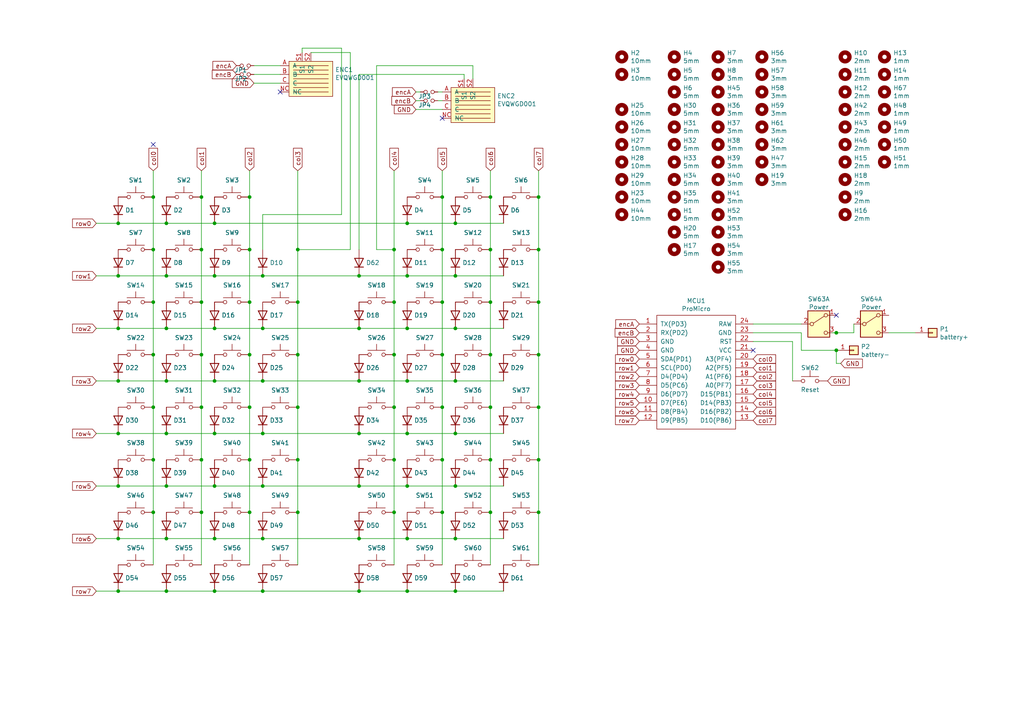
<source format=kicad_sch>
(kicad_sch (version 20231120) (generator "eeschema") (generator_version "8.0")
  (paper "A4")
  (junction (at 58.42 87.63))
  (junction (at 118.11 140.97))
  (junction (at 58.42 148.59))
  (junction (at 44.45 118.11))
  (junction (at 132.08 171.45))
  (junction (at 62.23 156.21))
  (junction (at 142.24 57.15))
  (junction (at 128.27 72.39))
  (junction (at 58.42 102.87))
  (junction (at 242.57 96.52))
  (junction (at 128.27 102.87))
  (junction (at 114.3 72.39))
  (junction (at 48.26 64.77))
  (junction (at 44.45 57.15))
  (junction (at 72.39 118.11))
  (junction (at 132.08 156.21))
  (junction (at 62.23 140.97))
  (junction (at 142.24 72.39))
  (junction (at 62.23 80.01))
  (junction (at 72.39 72.39))
  (junction (at 86.36 118.11))
  (junction (at 104.14 156.21))
  (junction (at 58.42 118.11))
  (junction (at 76.2 140.97))
  (junction (at 104.14 110.49))
  (junction (at 76.2 95.25))
  (junction (at 34.29 171.45))
  (junction (at 132.08 125.73))
  (junction (at 104.14 140.97))
  (junction (at 44.45 87.63))
  (junction (at 104.14 171.45))
  (junction (at 48.26 140.97))
  (junction (at 62.23 171.45))
  (junction (at 76.2 110.49))
  (junction (at 34.29 140.97))
  (junction (at 76.2 125.73))
  (junction (at 128.27 87.63))
  (junction (at 34.29 95.25))
  (junction (at 48.26 125.73))
  (junction (at 132.08 64.77))
  (junction (at 34.29 110.49))
  (junction (at 132.08 95.25))
  (junction (at 34.29 80.01))
  (junction (at 62.23 125.73))
  (junction (at 44.45 148.59))
  (junction (at 48.26 80.01))
  (junction (at 44.45 72.39))
  (junction (at 76.2 156.21))
  (junction (at 58.42 72.39))
  (junction (at 118.11 64.77))
  (junction (at 86.36 148.59))
  (junction (at 142.24 133.35))
  (junction (at 72.39 87.63))
  (junction (at 44.45 102.87))
  (junction (at 104.14 125.73))
  (junction (at 142.24 102.87))
  (junction (at 104.14 80.01))
  (junction (at 86.36 133.35))
  (junction (at 62.23 95.25))
  (junction (at 34.29 125.73))
  (junction (at 156.21 87.63))
  (junction (at 142.24 87.63))
  (junction (at 142.24 148.59))
  (junction (at 128.27 57.15))
  (junction (at 156.21 72.39))
  (junction (at 132.08 110.49))
  (junction (at 34.29 156.21))
  (junction (at 156.21 102.87))
  (junction (at 72.39 102.87))
  (junction (at 118.11 125.73))
  (junction (at 48.26 156.21))
  (junction (at 114.3 87.63))
  (junction (at 128.27 148.59))
  (junction (at 118.11 156.21))
  (junction (at 128.27 118.11))
  (junction (at 58.42 133.35))
  (junction (at 132.08 80.01))
  (junction (at 118.11 80.01))
  (junction (at 132.08 140.97))
  (junction (at 142.24 118.11))
  (junction (at 58.42 57.15))
  (junction (at 86.36 87.63))
  (junction (at 118.11 171.45))
  (junction (at 156.21 118.11))
  (junction (at 156.21 148.59))
  (junction (at 48.26 110.49))
  (junction (at 48.26 171.45))
  (junction (at 76.2 80.01))
  (junction (at 62.23 64.77))
  (junction (at 114.3 148.59))
  (junction (at 118.11 95.25))
  (junction (at 34.29 64.77))
  (junction (at 104.14 95.25))
  (junction (at 72.39 57.15))
  (junction (at 114.3 102.87))
  (junction (at 76.2 171.45))
  (junction (at 44.45 133.35))
  (junction (at 118.11 110.49))
  (junction (at 156.21 57.15))
  (junction (at 242.57 101.6))
  (junction (at 114.3 118.11))
  (junction (at 114.3 133.35))
  (junction (at 128.27 133.35))
  (junction (at 72.39 148.59))
  (junction (at 48.26 95.25))
  (junction (at 62.23 110.49))
  (junction (at 86.36 72.39))
  (junction (at 86.36 102.87))
  (junction (at 156.21 133.35))
  (junction (at 72.39 133.35))
  (no_connect (at 128.27 34.29))
  (no_connect (at 81.28 26.67))
  (no_connect (at 218.44 101.6))
  (no_connect (at 242.57 91.44))
  (no_connect (at 44.45 41.91))
  (wire (pts (xy 118.11 80.01) (xy 132.08 80.01)))
  (wire (pts (xy 73.66 21.59) (xy 81.28 21.59)))
  (wire (pts (xy 128.27 29.21) (xy 127 29.21)))
  (wire (pts (xy 27.94 156.21) (xy 34.29 156.21)))
  (wire (pts (xy 242.57 105.41) (xy 242.57 101.6)))
  (wire (pts (xy 128.27 87.63) (xy 128.27 102.87)))
  (wire (pts (xy 247.65 96.52) (xy 247.65 93.98)))
  (wire (pts (xy 132.08 171.45) (xy 146.05 171.45)))
  (wire (pts (xy 156.21 102.87) (xy 156.21 118.11)))
  (wire (pts (xy 128.27 118.11) (xy 128.27 133.35)))
  (wire (pts (xy 76.2 125.73) (xy 62.23 125.73)))
  (wire (pts (xy 76.2 95.25) (xy 104.14 95.25)))
  (wire (pts (xy 86.36 49.53) (xy 86.36 72.39)))
  (wire (pts (xy 27.94 80.01) (xy 34.29 80.01)))
  (wire (pts (xy 121.92 26.67) (xy 120.65 26.67)))
  (wire (pts (xy 44.45 102.87) (xy 44.45 118.11)))
  (wire (pts (xy 48.26 95.25) (xy 62.23 95.25)))
  (wire (pts (xy 86.36 102.87) (xy 86.36 118.11)))
  (wire (pts (xy 232.41 101.6) (xy 232.41 96.52)))
  (wire (pts (xy 118.11 125.73) (xy 132.08 125.73)))
  (wire (pts (xy 241.3 96.52) (xy 242.57 96.52)))
  (wire (pts (xy 156.21 87.63) (xy 156.21 102.87)))
  (wire (pts (xy 58.42 118.11) (xy 58.42 133.35)))
  (wire (pts (xy 76.2 62.23) (xy 99.06 62.23)))
  (wire (pts (xy 101.6 15.24) (xy 101.6 72.39)))
  (wire (pts (xy 27.94 64.77) (xy 34.29 64.77)))
  (wire (pts (xy 58.42 102.87) (xy 58.42 118.11)))
  (wire (pts (xy 142.24 49.53) (xy 142.24 57.15)))
  (wire (pts (xy 76.2 140.97) (xy 104.14 140.97)))
  (wire (pts (xy 44.45 57.15) (xy 44.45 72.39)))
  (wire (pts (xy 114.3 49.53) (xy 114.3 72.39)))
  (wire (pts (xy 76.2 80.01) (xy 104.14 80.01)))
  (wire (pts (xy 48.26 110.49) (xy 62.23 110.49)))
  (wire (pts (xy 44.45 72.39) (xy 44.45 87.63)))
  (wire (pts (xy 72.39 87.63) (xy 72.39 102.87)))
  (wire (pts (xy 132.08 110.49) (xy 146.05 110.49)))
  (wire (pts (xy 62.23 95.25) (xy 76.2 95.25)))
  (wire (pts (xy 114.3 87.63) (xy 114.3 102.87)))
  (wire (pts (xy 48.26 125.73) (xy 62.23 125.73)))
  (wire (pts (xy 118.11 171.45) (xy 132.08 171.45)))
  (wire (pts (xy 132.08 64.77) (xy 146.05 64.77)))
  (wire (pts (xy 118.11 110.49) (xy 132.08 110.49)))
  (wire (pts (xy 156.21 118.11) (xy 156.21 133.35)))
  (wire (pts (xy 34.29 95.25) (xy 48.26 95.25)))
  (wire (pts (xy 58.42 49.53) (xy 58.42 57.15)))
  (wire (pts (xy 128.27 57.15) (xy 128.27 72.39)))
  (wire (pts (xy 27.94 171.45) (xy 34.29 171.45)))
  (wire (pts (xy 48.26 140.97) (xy 62.23 140.97)))
  (wire (pts (xy 218.44 99.06) (xy 229.87 99.06)))
  (wire (pts (xy 76.2 125.73) (xy 104.14 125.73)))
  (wire (pts (xy 134.62 21.59) (xy 104.14 21.59)))
  (wire (pts (xy 48.26 64.77) (xy 62.23 64.77)))
  (wire (pts (xy 58.42 72.39) (xy 58.42 87.63)))
  (wire (pts (xy 27.94 125.73) (xy 34.29 125.73)))
  (wire (pts (xy 86.36 72.39) (xy 86.36 87.63)))
  (wire (pts (xy 48.26 171.45) (xy 62.23 171.45)))
  (wire (pts (xy 104.14 110.49) (xy 118.11 110.49)))
  (wire (pts (xy 118.11 64.77) (xy 132.08 64.77)))
  (wire (pts (xy 72.39 148.59) (xy 72.39 163.83)))
  (wire (pts (xy 48.26 80.01) (xy 62.23 80.01)))
  (wire (pts (xy 58.42 87.63) (xy 58.42 102.87)))
  (wire (pts (xy 257.81 96.52) (xy 265.43 96.52)))
  (wire (pts (xy 34.29 125.73) (xy 48.26 125.73)))
  (wire (pts (xy 132.08 125.73) (xy 146.05 125.73)))
  (wire (pts (xy 86.36 87.63) (xy 86.36 102.87)))
  (wire (pts (xy 232.41 96.52) (xy 218.44 96.52)))
  (wire (pts (xy 58.42 148.59) (xy 58.42 163.83)))
  (wire (pts (xy 44.45 49.53) (xy 44.45 57.15)))
  (wire (pts (xy 62.23 171.45) (xy 76.2 171.45)))
  (wire (pts (xy 118.11 156.21) (xy 104.14 156.21)))
  (wire (pts (xy 118.11 156.21) (xy 132.08 156.21)))
  (wire (pts (xy 118.11 95.25) (xy 132.08 95.25)))
  (wire (pts (xy 90.17 15.24) (xy 101.6 15.24)))
  (wire (pts (xy 156.21 72.39) (xy 156.21 87.63)))
  (wire (pts (xy 44.45 87.63) (xy 44.45 102.87)))
  (wire (pts (xy 87.63 15.24) (xy 87.63 13.97)))
  (wire (pts (xy 128.27 148.59) (xy 128.27 163.83)))
  (wire (pts (xy 142.24 133.35) (xy 142.24 148.59)))
  (wire (pts (xy 128.27 26.67) (xy 127 26.67)))
  (wire (pts (xy 86.36 72.39) (xy 101.6 72.39)))
  (wire (pts (xy 104.14 171.45) (xy 118.11 171.45)))
  (wire (pts (xy 48.26 156.21) (xy 62.23 156.21)))
  (wire (pts (xy 62.23 80.01) (xy 76.2 80.01)))
  (wire (pts (xy 62.23 64.77) (xy 118.11 64.77)))
  (wire (pts (xy 134.62 22.86) (xy 134.62 21.59)))
  (wire (pts (xy 76.2 171.45) (xy 104.14 171.45)))
  (wire (pts (xy 72.39 72.39) (xy 72.39 87.63)))
  (wire (pts (xy 142.24 148.59) (xy 142.24 163.83)))
  (wire (pts (xy 27.94 140.97) (xy 34.29 140.97)))
  (wire (pts (xy 72.39 49.53) (xy 72.39 57.15)))
  (wire (pts (xy 76.2 140.97) (xy 62.23 140.97)))
  (wire (pts (xy 229.87 99.06) (xy 229.87 110.49)))
  (wire (pts (xy 76.2 62.23) (xy 76.2 72.39)))
  (wire (pts (xy 242.57 101.6) (xy 232.41 101.6)))
  (wire (pts (xy 86.36 148.59) (xy 86.36 163.83)))
  (wire (pts (xy 87.63 13.97) (xy 99.06 13.97)))
  (wire (pts (xy 104.14 21.59) (xy 104.14 72.39)))
  (wire (pts (xy 34.29 171.45) (xy 48.26 171.45)))
  (wire (pts (xy 156.21 133.35) (xy 156.21 148.59)))
  (wire (pts (xy 114.3 148.59) (xy 114.3 163.83)))
  (wire (pts (xy 132.08 80.01) (xy 146.05 80.01)))
  (wire (pts (xy 27.94 110.49) (xy 34.29 110.49)))
  (wire (pts (xy 104.14 80.01) (xy 118.11 80.01)))
  (wire (pts (xy 156.21 57.15) (xy 156.21 72.39)))
  (wire (pts (xy 142.24 87.63) (xy 142.24 102.87)))
  (wire (pts (xy 58.42 57.15) (xy 58.42 72.39)))
  (wire (pts (xy 128.27 72.39) (xy 128.27 87.63)))
  (wire (pts (xy 114.3 72.39) (xy 114.3 87.63)))
  (wire (pts (xy 120.65 31.75) (xy 128.27 31.75)))
  (wire (pts (xy 118.11 140.97) (xy 132.08 140.97)))
  (wire (pts (xy 132.08 156.21) (xy 146.05 156.21)))
  (wire (pts (xy 72.39 133.35) (xy 72.39 148.59)))
  (wire (pts (xy 86.36 133.35) (xy 86.36 148.59)))
  (wire (pts (xy 27.94 95.25) (xy 34.29 95.25)))
  (wire (pts (xy 114.3 118.11) (xy 114.3 133.35)))
  (wire (pts (xy 137.16 22.86) (xy 137.16 19.05)))
  (wire (pts (xy 76.2 110.49) (xy 104.14 110.49)))
  (wire (pts (xy 76.2 156.21) (xy 104.14 156.21)))
  (wire (pts (xy 128.27 133.35) (xy 128.27 148.59)))
  (wire (pts (xy 142.24 57.15) (xy 142.24 72.39)))
  (wire (pts (xy 72.39 102.87) (xy 72.39 118.11)))
  (wire (pts (xy 44.45 118.11) (xy 44.45 133.35)))
  (wire (pts (xy 34.29 156.21) (xy 48.26 156.21)))
  (wire (pts (xy 86.36 118.11) (xy 86.36 133.35)))
  (wire (pts (xy 99.06 13.97) (xy 99.06 62.23)))
  (wire (pts (xy 232.41 93.98) (xy 218.44 93.98)))
  (wire (pts (xy 142.24 102.87) (xy 142.24 118.11)))
  (wire (pts (xy 114.3 102.87) (xy 114.3 118.11)))
  (wire (pts (xy 34.29 64.77) (xy 48.26 64.77)))
  (wire (pts (xy 44.45 148.59) (xy 44.45 163.83)))
  (wire (pts (xy 243.84 105.41) (xy 242.57 105.41)))
  (wire (pts (xy 156.21 148.59) (xy 156.21 163.83)))
  (wire (pts (xy 73.66 24.13) (xy 81.28 24.13)))
  (wire (pts (xy 44.45 133.35) (xy 44.45 148.59)))
  (wire (pts (xy 34.29 80.01) (xy 48.26 80.01)))
  (wire (pts (xy 34.29 110.49) (xy 48.26 110.49)))
  (wire (pts (xy 132.08 140.97) (xy 146.05 140.97)))
  (wire (pts (xy 62.23 110.49) (xy 76.2 110.49)))
  (wire (pts (xy 76.2 156.21) (xy 62.23 156.21)))
  (wire (pts (xy 114.3 133.35) (xy 114.3 148.59)))
  (wire (pts (xy 242.57 96.52) (xy 247.65 96.52)))
  (wire (pts (xy 121.92 29.21) (xy 120.65 29.21)))
  (wire (pts (xy 109.22 19.05) (xy 109.22 72.39)))
  (wire (pts (xy 137.16 19.05) (xy 109.22 19.05)))
  (wire (pts (xy 128.27 102.87) (xy 128.27 118.11)))
  (wire (pts (xy 72.39 57.15) (xy 72.39 72.39)))
  (wire (pts (xy 132.08 95.25) (xy 146.05 95.25)))
  (wire (pts (xy 58.42 133.35) (xy 58.42 148.59)))
  (wire (pts (xy 104.14 95.25) (xy 118.11 95.25)))
  (wire (pts (xy 118.11 125.73) (xy 104.14 125.73)))
  (wire (pts (xy 142.24 72.39) (xy 142.24 87.63)))
  (wire (pts (xy 72.39 118.11) (xy 72.39 133.35)))
  (wire (pts (xy 156.21 49.53) (xy 156.21 57.15)))
  (wire (pts (xy 128.27 49.53) (xy 128.27 57.15)))
  (wire (pts (xy 142.24 118.11) (xy 142.24 133.35)))
  (wire (pts (xy 73.66 19.05) (xy 81.28 19.05)))
  (wire (pts (xy 118.11 140.97) (xy 104.14 140.97)))
  (wire (pts (xy 34.29 140.97) (xy 48.26 140.97)))
  (wire (pts (xy 109.22 72.39) (xy 114.3 72.39)))
  (global_label "row4" (shape input) (at 27.94 125.73 180) (property "Intersheetrefs" "${INTERSHEET_REFS}" (effects (hide yes))))
  (global_label "GND" (shape input) (at 185.42 99.06 180) (property "Intersheetrefs" "${INTERSHEET_REFS}" (effects (hide yes))))
  (global_label "encB" (shape input) (at 185.42 96.52 180) (property "Intersheetrefs" "${INTERSHEET_REFS}" (effects (hide yes))))
  (global_label "row7" (shape input) (at 185.42 121.92 180) (property "Intersheetrefs" "${INTERSHEET_REFS}" (effects (hide yes))))
  (global_label "col2" (shape input) (at 218.44 109.22 0) (property "Intersheetrefs" "${INTERSHEET_REFS}" (effects (hide yes))))
  (global_label "col2" (shape input) (at 72.39 49.53 90) (property "Intersheetrefs" "${INTERSHEET_REFS}" (effects (hide yes))))
  (global_label "encA" (shape input) (at 185.42 93.98 180) (property "Intersheetrefs" "${INTERSHEET_REFS}" (effects (hide yes))))
  (global_label "row7" (shape input) (at 27.94 171.45 180) (property "Intersheetrefs" "${INTERSHEET_REFS}" (effects (hide yes))))
  (global_label "encB" (shape input) (at 120.65 29.21 180) (property "Intersheetrefs" "${INTERSHEET_REFS}" (effects (hide yes))))
  (global_label "row6" (shape input) (at 27.94 156.21 180) (property "Intersheetrefs" "${INTERSHEET_REFS}" (effects (hide yes))))
  (global_label "row6" (shape input) (at 185.42 119.38 180) (property "Intersheetrefs" "${INTERSHEET_REFS}" (effects (hide yes))))
  (global_label "GND" (shape input) (at 185.42 101.6 180) (property "Intersheetrefs" "${INTERSHEET_REFS}" (effects (hide yes))))
  (global_label "row1" (shape input) (at 185.42 106.68 180) (property "Intersheetrefs" "${INTERSHEET_REFS}" (effects (hide yes))))
  (global_label "row2" (shape input) (at 185.42 109.22 180) (property "Intersheetrefs" "${INTERSHEET_REFS}" (effects (hide yes))))
  (global_label "row4" (shape input) (at 185.42 114.3 180) (property "Intersheetrefs" "${INTERSHEET_REFS}" (effects (hide yes))))
  (global_label "encA" (shape input) (at 68.58 19.05 180) (property "Intersheetrefs" "${INTERSHEET_REFS}" (effects (hide yes))))
  (global_label "row0" (shape input) (at 27.94 64.77 180) (property "Intersheetrefs" "${INTERSHEET_REFS}" (effects (hide yes))))
  (global_label "col0" (shape input) (at 218.44 104.14 0) (property "Intersheetrefs" "${INTERSHEET_REFS}" (effects (hide yes))))
  (global_label "row3" (shape input) (at 27.94 110.49 180) (property "Intersheetrefs" "${INTERSHEET_REFS}" (effects (hide yes))))
  (global_label "col6" (shape input) (at 142.24 49.53 90) (property "Intersheetrefs" "${INTERSHEET_REFS}" (effects (hide yes))))
  (global_label "col1" (shape input) (at 218.44 106.68 0) (property "Intersheetrefs" "${INTERSHEET_REFS}" (effects (hide yes))))
  (global_label "row5" (shape input) (at 27.94 140.97 180) (property "Intersheetrefs" "${INTERSHEET_REFS}" (effects (hide yes))))
  (global_label "col3" (shape input) (at 86.36 49.53 90) (property "Intersheetrefs" "${INTERSHEET_REFS}" (effects (hide yes))))
  (global_label "encB" (shape input) (at 68.58 21.59 180) (property "Intersheetrefs" "${INTERSHEET_REFS}" (effects (hide yes))))
  (global_label "col0" (shape input) (at 44.45 49.53 90) (property "Intersheetrefs" "${INTERSHEET_REFS}" (effects (hide yes))))
  (global_label "col3" (shape input) (at 218.44 111.76 0) (property "Intersheetrefs" "${INTERSHEET_REFS}" (effects (hide yes))))
  (global_label "row1" (shape input) (at 27.94 80.01 180) (property "Intersheetrefs" "${INTERSHEET_REFS}" (effects (hide yes))))
  (global_label "col1" (shape input) (at 58.42 49.53 90) (property "Intersheetrefs" "${INTERSHEET_REFS}" (effects (hide yes))))
  (global_label "row2" (shape input) (at 27.94 95.25 180) (property "Intersheetrefs" "${INTERSHEET_REFS}" (effects (hide yes))))
  (global_label "col7" (shape input) (at 156.21 49.53 90) (property "Intersheetrefs" "${INTERSHEET_REFS}" (effects (hide yes))))
  (global_label "row3" (shape input) (at 185.42 111.76 180) (property "Intersheetrefs" "${INTERSHEET_REFS}" (effects (hide yes))))
  (global_label "col5" (shape input) (at 218.44 116.84 0) (property "Intersheetrefs" "${INTERSHEET_REFS}" (effects (hide yes))))
  (global_label "row0" (shape input) (at 185.42 104.14 180) (property "Intersheetrefs" "${INTERSHEET_REFS}" (effects (hide yes))))
  (global_label "col6" (shape input) (at 218.44 119.38 0) (property "Intersheetrefs" "${INTERSHEET_REFS}" (effects (hide yes))))
  (global_label "GND" (shape input) (at 243.84 105.41 0) (property "Intersheetrefs" "${INTERSHEET_REFS}" (effects (hide yes))))
  (global_label "encA" (shape input) (at 120.65 26.67 180) (property "Intersheetrefs" "${INTERSHEET_REFS}" (effects (hide yes))))
  (global_label "GND" (shape input) (at 240.03 110.49 0) (property "Intersheetrefs" "${INTERSHEET_REFS}" (effects (hide yes))))
  (global_label "col4" (shape input) (at 218.44 114.3 0) (property "Intersheetrefs" "${INTERSHEET_REFS}" (effects (hide yes))))
  (global_label "GND" (shape input) (at 120.65 31.75 180) (property "Intersheetrefs" "${INTERSHEET_REFS}" (effects (hide yes))))
  (global_label "row5" (shape input) (at 185.42 116.84 180) (property "Intersheetrefs" "${INTERSHEET_REFS}" (effects (hide yes))))
  (global_label "col7" (shape input) (at 218.44 121.92 0) (property "Intersheetrefs" "${INTERSHEET_REFS}" (effects (hide yes))))
  (global_label "GND" (shape input) (at 73.66 24.13 180) (property "Intersheetrefs" "${INTERSHEET_REFS}" (effects (hide yes))))
  (global_label "col5" (shape input) (at 128.27 49.53 90) (property "Intersheetrefs" "${INTERSHEET_REFS}" (effects (hide yes))))
  (global_label "col4" (shape input) (at 114.3 49.53 90) (property "Intersheetrefs" "${INTERSHEET_REFS}" (effects (hide yes))))
  (symbol (lib_id "Switch:SW_Push") (at 39.37 57.15 0) (unit 1)
    (property "Reference" "SW1" (at 39.37 52.2478 0))
    (property "Value" "SW_Push" (effects (hide yes)))
    (property "Footprint" "footprints:Kailh_socket_PG1350_chosfox_17_5mm" (effects (hide yes)))
  )
  (symbol (lib_id "Diode:1N4148") (at 34.29 60.96 90) (unit 1)
    (property "Reference" "D1" (at 36.322 60.96 90) (effects (justify right)))
    (property "Value" "1N4148" (effects (hide yes)))
    (property "Footprint" "footprints:diode_TH_SMD" (effects (hide yes)))
    (property "Datasheet" "https://assets.nexperia.com/documents/data-sheet/1N4148_1N4448.pdf" (effects (hide yes)))
  )
  (symbol (lib_id "Switch:SW_Push") (at 53.34 57.15 0) (unit 1)
    (property "Reference" "SW2" (at 53.34 52.2478 0))
    (property "Value" "SW_Push" (effects (hide yes)))
    (property "Footprint" "footprints:Kailh_socket_PG1350_chosfox_17_5mm" (effects (hide yes)))
  )
  (symbol (lib_id "Diode:1N4148") (at 48.26 60.96 90) (unit 1)
    (property "Reference" "D2" (at 50.292 60.96 90) (effects (justify right)))
    (property "Value" "1N4148" (effects (hide yes)))
    (property "Footprint" "footprints:diode_TH_SMD" (effects (hide yes)))
    (property "Datasheet" "https://assets.nexperia.com/documents/data-sheet/1N4148_1N4448.pdf" (effects (hide yes)))
  )
  (symbol (lib_id "Switch:SW_Push") (at 67.31 57.15 0) (unit 1)
    (property "Reference" "SW3" (at 67.31 52.2478 0))
    (property "Value" "SW_Push" (effects (hide yes)))
    (property "Footprint" "footprints:Kailh_socket_PG1350_chosfox_17_5mm" (effects (hide yes)))
  )
  (symbol (lib_id "Diode:1N4148") (at 62.23 60.96 90) (unit 1)
    (property "Reference" "D3" (at 64.262 60.96 90) (effects (justify right)))
    (property "Value" "1N4148" (effects (hide yes)))
    (property "Footprint" "footprints:diode_TH_SMD" (effects (hide yes)))
    (property "Datasheet" "https://assets.nexperia.com/documents/data-sheet/1N4148_1N4448.pdf" (effects (hide yes)))
  )
  (symbol (lib_id "Switch:SW_Push") (at 123.19 57.15 0) (unit 1)
    (property "Reference" "SW4" (at 123.19 52.2478 0))
    (property "Value" "SW_Push" (effects (hide yes)))
    (property "Footprint" "footprints:Kailh_socket_PG1350_chosfox_17_5mm" (effects (hide yes)))
  )
  (symbol (lib_id "Diode:1N4148") (at 118.11 60.96 90) (unit 1)
    (property "Reference" "D4" (at 120.142 60.96 90) (effects (justify right)))
    (property "Value" "1N4148" (effects (hide yes)))
    (property "Footprint" "footprints:diode_TH_SMD" (effects (hide yes)))
    (property "Datasheet" "https://assets.nexperia.com/documents/data-sheet/1N4148_1N4448.pdf" (effects (hide yes)))
  )
  (symbol (lib_id "chocofly-rescue:i2c_pin-pin_pad") (at 270.51 96.52 0) (unit 1)
    (property "Reference" "P1" (at 272.542 95.4532 0) (effects (justify left)))
    (property "Value" "battery+" (at 272.542 97.7646 0) (effects (justify left)))
    (property "Footprint" "footprints:1pin_conn" (effects (hide yes)))
  )
  (symbol (lib_id "chocofly-rescue:i2c_pin-pin_pad") (at 247.65 101.6 0) (unit 1)
    (property "Reference" "P2" (at 249.682 100.5332 0) (effects (justify left)))
    (property "Value" "battery-" (at 249.682 102.8446 0) (effects (justify left)))
    (property "Footprint" "footprints:1pin_conn" (effects (hide yes)))
  )
  (symbol (lib_id "Switch:SW_Push") (at 39.37 72.39 0) (unit 1)
    (property "Reference" "SW7" (at 39.37 67.4878 0))
    (property "Value" "SW_Push" (effects (hide yes)))
    (property "Footprint" "footprints:Kailh_socket_PG1350_chosfox_17_5mm" (effects (hide yes)))
  )
  (symbol (lib_id "Diode:1N4148") (at 34.29 76.2 90) (unit 1)
    (property "Reference" "D7" (at 36.322 76.2 90) (effects (justify right)))
    (property "Value" "1N4148" (effects (hide yes)))
    (property "Footprint" "footprints:diode_TH_SMD" (effects (hide yes)))
    (property "Datasheet" "https://assets.nexperia.com/documents/data-sheet/1N4148_1N4448.pdf" (effects (hide yes)))
  )
  (symbol (lib_id "Switch:SW_Push") (at 53.34 72.39 0) (unit 1)
    (property "Reference" "SW8" (at 53.34 67.4878 0))
    (property "Value" "SW_Push" (effects (hide yes)))
    (property "Footprint" "footprints:Kailh_socket_PG1350_chosfox_17_5mm" (effects (hide yes)))
  )
  (symbol (lib_id "Diode:1N4148") (at 48.26 76.2 90) (unit 1)
    (property "Reference" "D8" (at 50.292 76.2 90) (effects (justify right)))
    (property "Value" "1N4148" (effects (hide yes)))
    (property "Footprint" "footprints:diode_TH_SMD" (effects (hide yes)))
    (property "Datasheet" "https://assets.nexperia.com/documents/data-sheet/1N4148_1N4448.pdf" (effects (hide yes)))
  )
  (symbol (lib_id "Switch:SW_Push") (at 67.31 72.39 0) (unit 1)
    (property "Reference" "SW9" (at 67.31 67.4878 0))
    (property "Value" "SW_Push" (effects (hide yes)))
    (property "Footprint" "footprints:Kailh_socket_PG1350_chosfox_17_5mm" (effects (hide yes)))
  )
  (symbol (lib_id "Diode:1N4148") (at 62.23 76.2 90) (unit 1)
    (property "Reference" "D9" (at 64.262 76.2 90) (effects (justify right)))
    (property "Value" "1N4148" (effects (hide yes)))
    (property "Footprint" "footprints:diode_TH_SMD" (effects (hide yes)))
    (property "Datasheet" "https://assets.nexperia.com/documents/data-sheet/1N4148_1N4448.pdf" (effects (hide yes)))
  )
  (symbol (lib_id "Diode:1N4148") (at 76.2 76.2 90) (unit 1)
    (property "Reference" "D10" (at 78.232 76.2 90) (effects (justify right)))
    (property "Value" "1N4148" (effects (hide yes)))
    (property "Footprint" "footprints:diode_TH_SMD" (effects (hide yes)))
    (property "Datasheet" "https://assets.nexperia.com/documents/data-sheet/1N4148_1N4448.pdf" (effects (hide yes)))
  )
  (symbol (lib_id "Switch:SW_Push") (at 123.19 72.39 0) (unit 1)
    (property "Reference" "SW11" (at 123.19 67.4878 0))
    (property "Value" "SW_Push" (effects (hide yes)))
    (property "Footprint" "footprints:Kailh_socket_PG1350_chosfox_17_5mm" (effects (hide yes)))
  )
  (symbol (lib_id "Diode:1N4148") (at 118.11 76.2 90) (unit 1)
    (property "Reference" "D11" (at 120.142 76.2 90) (effects (justify right)))
    (property "Value" "1N4148" (effects (hide yes)))
    (property "Footprint" "footprints:diode_TH_SMD" (effects (hide yes)))
    (property "Datasheet" "https://assets.nexperia.com/documents/data-sheet/1N4148_1N4448.pdf" (effects (hide yes)))
  )
  (symbol (lib_id "Switch:SW_Push") (at 53.34 118.11 0) (unit 1)
    (property "Reference" "SW31" (at 53.34 113.2078 0))
    (property "Value" "SW_Push" (effects (hide yes)))
    (property "Footprint" "footprints:Kailh_socket_PG1350_chosfox_17_5mm" (effects (hide yes)))
  )
  (symbol (lib_id "Diode:1N4148") (at 48.26 121.92 90) (unit 1)
    (property "Reference" "D31" (at 50.292 121.92 90) (effects (justify right)))
    (property "Value" "1N4148" (effects (hide yes)))
    (property "Footprint" "footprints:diode_TH_SMD" (effects (hide yes)))
    (property "Datasheet" "https://assets.nexperia.com/documents/data-sheet/1N4148_1N4448.pdf" (effects (hide yes)))
  )
  (symbol (lib_id "Switch:SW_Push") (at 39.37 87.63 0) (unit 1)
    (property "Reference" "SW14" (at 39.37 82.7278 0))
    (property "Value" "SW_Push" (effects (hide yes)))
    (property "Footprint" "footprints:Kailh_socket_PG1350_chosfox_17_5mm" (effects (hide yes)))
  )
  (symbol (lib_id "Diode:1N4148") (at 34.29 91.44 90) (unit 1)
    (property "Reference" "D14" (at 36.322 91.44 90) (effects (justify right)))
    (property "Value" "1N4148" (effects (hide yes)))
    (property "Footprint" "footprints:diode_TH_SMD" (effects (hide yes)))
    (property "Datasheet" "https://assets.nexperia.com/documents/data-sheet/1N4148_1N4448.pdf" (effects (hide yes)))
  )
  (symbol (lib_id "Switch:SW_Push") (at 53.34 87.63 0) (unit 1)
    (property "Reference" "SW15" (at 53.34 82.7278 0))
    (property "Value" "SW_Push" (effects (hide yes)))
    (property "Footprint" "footprints:Kailh_socket_PG1350_chosfox_17_5mm" (effects (hide yes)))
  )
  (symbol (lib_id "Diode:1N4148") (at 48.26 91.44 90) (unit 1)
    (property "Reference" "D15" (at 50.292 91.44 90) (effects (justify right)))
    (property "Value" "1N4148" (effects (hide yes)))
    (property "Footprint" "footprints:diode_TH_SMD" (effects (hide yes)))
    (property "Datasheet" "https://assets.nexperia.com/documents/data-sheet/1N4148_1N4448.pdf" (effects (hide yes)))
  )
  (symbol (lib_id "Switch:SW_Push") (at 67.31 87.63 0) (unit 1)
    (property "Reference" "SW16" (at 67.31 82.7278 0))
    (property "Value" "SW_Push" (effects (hide yes)))
    (property "Footprint" "footprints:Kailh_socket_PG1350_chosfox_17_5mm" (effects (hide yes)))
  )
  (symbol (lib_id "Diode:1N4148") (at 62.23 91.44 90) (unit 1)
    (property "Reference" "D16" (at 64.262 91.44 90) (effects (justify right)))
    (property "Value" "1N4148" (effects (hide yes)))
    (property "Footprint" "footprints:diode_TH_SMD" (effects (hide yes)))
    (property "Datasheet" "https://assets.nexperia.com/documents/data-sheet/1N4148_1N4448.pdf" (effects (hide yes)))
  )
  (symbol (lib_id "Switch:SW_Push") (at 81.28 87.63 0) (unit 1)
    (property "Reference" "SW17" (at 81.28 82.7278 0))
    (property "Value" "SW_Push" (effects (hide yes)))
    (property "Footprint" "footprints:Kailh_socket_PG1350_chosfox_17_5mm" (effects (hide yes)))
  )
  (symbol (lib_id "Diode:1N4148") (at 76.2 91.44 90) (unit 1)
    (property "Reference" "D17" (at 78.232 91.44 90) (effects (justify right)))
    (property "Value" "1N4148" (effects (hide yes)))
    (property "Footprint" "footprints:diode_TH_SMD" (effects (hide yes)))
    (property "Datasheet" "https://assets.nexperia.com/documents/data-sheet/1N4148_1N4448.pdf" (effects (hide yes)))
  )
  (symbol (lib_id "Switch:SW_Push") (at 109.22 87.63 0) (unit 1)
    (property "Reference" "SW18" (at 109.22 82.7278 0))
    (property "Value" "SW_Push" (effects (hide yes)))
    (property "Footprint" "footprints:Kailh_socket_PG1350_chosfox_17_5mm" (effects (hide yes)))
  )
  (symbol (lib_id "Diode:1N4148") (at 104.14 91.44 90) (unit 1)
    (property "Reference" "D18" (at 106.172 91.44 90) (effects (justify right)))
    (property "Value" "1N4148" (effects (hide yes)))
    (property "Footprint" "footprints:diode_TH_SMD" (effects (hide yes)))
    (property "Datasheet" "https://assets.nexperia.com/documents/data-sheet/1N4148_1N4448.pdf" (effects (hide yes)))
  )
  (symbol (lib_id "Switch:SW_Push") (at 123.19 87.63 0) (unit 1)
    (property "Reference" "SW19" (at 123.19 82.7278 0))
    (property "Value" "SW_Push" (effects (hide yes)))
    (property "Footprint" "footprints:Kailh_socket_PG1350_chosfox_17_5mm" (effects (hide yes)))
  )
  (symbol (lib_id "Diode:1N4148") (at 118.11 91.44 90) (unit 1)
    (property "Reference" "D19" (at 120.142 91.44 90) (effects (justify right)))
    (property "Value" "1N4148" (effects (hide yes)))
    (property "Footprint" "footprints:diode_TH_SMD" (effects (hide yes)))
    (property "Datasheet" "https://assets.nexperia.com/documents/data-sheet/1N4148_1N4448.pdf" (effects (hide yes)))
  )
  (symbol (lib_id "Switch:SW_Push") (at 39.37 102.87 0) (unit 1)
    (property "Reference" "SW22" (at 39.37 97.9678 0))
    (property "Value" "SW_Push" (effects (hide yes)))
    (property "Footprint" "footprints:Kailh_socket_PG1350_chosfox_17_5mm" (effects (hide yes)))
  )
  (symbol (lib_id "Diode:1N4148") (at 34.29 106.68 90) (unit 1)
    (property "Reference" "D22" (at 36.322 106.68 90) (effects (justify right)))
    (property "Value" "1N4148" (effects (hide yes)))
    (property "Footprint" "footprints:diode_TH_SMD" (effects (hide yes)))
    (property "Datasheet" "https://assets.nexperia.com/documents/data-sheet/1N4148_1N4448.pdf" (effects (hide yes)))
  )
  (symbol (lib_id "Switch:SW_Push") (at 53.34 102.87 0) (unit 1)
    (property "Reference" "SW23" (at 53.34 97.9678 0))
    (property "Value" "SW_Push" (effects (hide yes)))
    (property "Footprint" "footprints:Kailh_socket_PG1350_chosfox_17_5mm" (effects (hide yes)))
  )
  (symbol (lib_id "Diode:1N4148") (at 48.26 106.68 90) (unit 1)
    (property "Reference" "D23" (at 50.292 106.68 90) (effects (justify right)))
    (property "Value" "1N4148" (effects (hide yes)))
    (property "Footprint" "footprints:diode_TH_SMD" (effects (hide yes)))
    (property "Datasheet" "https://assets.nexperia.com/documents/data-sheet/1N4148_1N4448.pdf" (effects (hide yes)))
  )
  (symbol (lib_id "Switch:SW_Push") (at 67.31 102.87 0) (unit 1)
    (property "Reference" "SW24" (at 67.31 97.9678 0))
    (property "Value" "SW_Push" (effects (hide yes)))
    (property "Footprint" "footprints:Kailh_socket_PG1350_chosfox_17_5mm" (effects (hide yes)))
  )
  (symbol (lib_id "Diode:1N4148") (at 62.23 106.68 90) (unit 1)
    (property "Reference" "D24" (at 64.262 106.68 90) (effects (justify right)))
    (property "Value" "1N4148" (effects (hide yes)))
    (property "Footprint" "footprints:diode_TH_SMD" (effects (hide yes)))
    (property "Datasheet" "https://assets.nexperia.com/documents/data-sheet/1N4148_1N4448.pdf" (effects (hide yes)))
  )
  (symbol (lib_id "Switch:SW_Push") (at 81.28 102.87 0) (unit 1)
    (property "Reference" "SW25" (at 81.28 97.9678 0))
    (property "Value" "SW_Push" (effects (hide yes)))
    (property "Footprint" "footprints:Kailh_socket_PG1350_chosfox_17_5mm" (effects (hide yes)))
  )
  (symbol (lib_id "Diode:1N4148") (at 76.2 106.68 90) (unit 1)
    (property "Reference" "D25" (at 78.232 106.68 90) (effects (justify right)))
    (property "Value" "1N4148" (effects (hide yes)))
    (property "Footprint" "footprints:diode_TH_SMD" (effects (hide yes)))
    (property "Datasheet" "https://assets.nexperia.com/documents/data-sheet/1N4148_1N4448.pdf" (effects (hide yes)))
  )
  (symbol (lib_id "Switch:SW_Push") (at 109.22 102.87 0) (unit 1)
    (property "Reference" "SW26" (at 109.22 97.9678 0))
    (property "Value" "SW_Push" (effects (hide yes)))
    (property "Footprint" "footprints:Kailh_socket_PG1350_chosfox_17_5mm" (effects (hide yes)))
  )
  (symbol (lib_id "Diode:1N4148") (at 104.14 106.68 90) (unit 1)
    (property "Reference" "D26" (at 106.172 106.68 90) (effects (justify right)))
    (property "Value" "1N4148" (effects (hide yes)))
    (property "Footprint" "footprints:diode_TH_SMD" (effects (hide yes)))
    (property "Datasheet" "https://assets.nexperia.com/documents/data-sheet/1N4148_1N4448.pdf" (effects (hide yes)))
  )
  (symbol (lib_id "Switch:SW_Push") (at 123.19 102.87 0) (unit 1)
    (property "Reference" "SW27" (at 123.19 97.9678 0))
    (property "Value" "SW_Push" (effects (hide yes)))
    (property "Footprint" "footprints:Kailh_socket_PG1350_chosfox_17_5mm" (effects (hide yes)))
  )
  (symbol (lib_id "Diode:1N4148") (at 118.11 106.68 90) (unit 1)
    (property "Reference" "D27" (at 120.142 106.68 90) (effects (justify right)))
    (property "Value" "1N4148" (effects (hide yes)))
    (property "Footprint" "footprints:diode_TH_SMD" (effects (hide yes)))
    (property "Datasheet" "https://assets.nexperia.com/documents/data-sheet/1N4148_1N4448.pdf" (effects (hide yes)))
  )
  (symbol (lib_id "Switch:SW_Push") (at 39.37 118.11 0) (unit 1)
    (property "Reference" "SW30" (at 39.37 113.2078 0))
    (property "Value" "SW_Push" (effects (hide yes)))
    (property "Footprint" "footprints:Kailh_socket_PG1350_chosfox_17_5mm" (effects (hide yes)))
  )
  (symbol (lib_id "Diode:1N4148") (at 34.29 121.92 90) (unit 1)
    (property "Reference" "D30" (at 36.322 121.92 90) (effects (justify right)))
    (property "Value" "1N4148" (effects (hide yes)))
    (property "Footprint" "footprints:diode_TH_SMD" (effects (hide yes)))
    (property "Datasheet" "https://assets.nexperia.com/documents/data-sheet/1N4148_1N4448.pdf" (effects (hide yes)))
  )
  (symbol (lib_id "Switch:SW_Push") (at 67.31 118.11 0) (unit 1)
    (property "Reference" "SW32" (at 67.31 113.2078 0))
    (property "Value" "SW_Push" (effects (hide yes)))
    (property "Footprint" "footprints:Kailh_socket_PG1350_chosfox_17_5mm" (effects (hide yes)))
  )
  (symbol (lib_id "Diode:1N4148") (at 62.23 121.92 90) (unit 1)
    (property "Reference" "D32" (at 64.262 121.92 90) (effects (justify right)))
    (property "Value" "1N4148" (effects (hide yes)))
    (property "Footprint" "footprints:diode_TH_SMD" (effects (hide yes)))
    (property "Datasheet" "https://assets.nexperia.com/documents/data-sheet/1N4148_1N4448.pdf" (effects (hide yes)))
  )
  (symbol (lib_id "Switch:SW_Push") (at 81.28 118.11 0) (unit 1)
    (property "Reference" "SW33" (at 81.28 113.2078 0))
    (property "Value" "SW_Push" (effects (hide yes)))
    (property "Footprint" "footprints:Kailh_socket_PG1350_chosfox_17_5mm" (effects (hide yes)))
  )
  (symbol (lib_id "Diode:1N4148") (at 76.2 121.92 90) (unit 1)
    (property "Reference" "D33" (at 78.232 121.92 90) (effects (justify right)))
    (property "Value" "1N4148" (effects (hide yes)))
    (property "Footprint" "footprints:diode_TH_SMD" (effects (hide yes)))
    (property "Datasheet" "https://assets.nexperia.com/documents/data-sheet/1N4148_1N4448.pdf" (effects (hide yes)))
  )
  (symbol (lib_id "Switch:SW_Push") (at 109.22 118.11 0) (unit 1)
    (property "Reference" "SW34" (at 109.22 113.2078 0))
    (property "Value" "SW_Push" (effects (hide yes)))
    (property "Footprint" "footprints:Kailh_socket_PG1350_chosfox_17_5mm" (effects (hide yes)))
  )
  (symbol (lib_id "Diode:1N4148") (at 104.14 121.92 90) (unit 1)
    (property "Reference" "D34" (at 106.172 121.92 90) (effects (justify right)))
    (property "Value" "1N4148" (effects (hide yes)))
    (property "Footprint" "footprints:diode_TH_SMD" (effects (hide yes)))
    (property "Datasheet" "https://assets.nexperia.com/documents/data-sheet/1N4148_1N4448.pdf" (effects (hide yes)))
  )
  (symbol (lib_id "Switch:SW_Push") (at 123.19 118.11 0) (unit 1)
    (property "Reference" "SW35" (at 123.19 113.2078 0))
    (property "Value" "SW_Push" (effects (hide yes)))
    (property "Footprint" "footprints:Kailh_socket_PG1350_chosfox_17_5mm" (effects (hide yes)))
  )
  (symbol (lib_id "Diode:1N4148") (at 118.11 121.92 90) (unit 1)
    (property "Reference" "D35" (at 120.142 121.92 90) (effects (justify right)))
    (property "Value" "1N4148" (effects (hide yes)))
    (property "Footprint" "footprints:diode_TH_SMD" (effects (hide yes)))
    (property "Datasheet" "https://assets.nexperia.com/documents/data-sheet/1N4148_1N4448.pdf" (effects (hide yes)))
  )
  (symbol (lib_id "chocofly-rescue:ProMicro_2-promicro") (at 201.93 107.95 0) (unit 1)
    (property "Reference" "MCU1" (at 201.93 87.249 0))
    (property "Value" "ProMicro" (at 201.93 89.5604 0))
    (property "Footprint" "footprints:ProMicro" (effects (hide yes)))
  )
  (symbol (lib_id "chocofly-rescue:EVQWGD001-evqwgd001") (at 90.17 21.59 0) (unit 1)
    (property "Reference" "ENC1" (at 97.2312 20.2184 0) (effects (justify left)))
    (property "Value" "EVQWGD001" (at 97.2312 22.5298 0) (effects (justify left)))
    (property "Footprint" "footprints:EVQWGD001" (effects (hide yes)))
  )
  (symbol (lib_id "Switch:SW_Push") (at 234.95 110.49 0) (unit 1)
    (property "Reference" "SW62" (at 234.95 106.68 0))
    (property "Value" "Reset" (at 234.95 113.03 0))
    (property "Footprint" "footprints:Switch_Reset_THT" (effects (hide yes)))
  )
  (symbol (lib_id "Switch:SW_DPDT_x2") (at 237.49 93.98 0) (unit 1)
    (property "Reference" "SW63" (at 237.49 86.741 0))
    (property "Value" "Power" (at 237.49 89.0524 0))
    (property "Footprint" "footprints:Switch_MSK-12C01-07" (effects (hide yes)))
  )
  (symbol (lib_id "Switch:SW_Push") (at 39.37 133.35 0) (unit 1)
    (property "Reference" "SW38" (at 39.37 128.4478 0))
    (property "Value" "SW_Push" (effects (hide yes)))
    (property "Footprint" "footprints:Kailh_socket_PG1350_chosfox_17_5mm" (effects (hide yes)))
  )
  (symbol (lib_id "Diode:1N4148") (at 34.29 137.16 90) (unit 1)
    (property "Reference" "D38" (at 36.322 137.16 90) (effects (justify right)))
    (property "Value" "1N4148" (effects (hide yes)))
    (property "Footprint" "footprints:diode_TH_SMD" (effects (hide yes)))
    (property "Datasheet" "https://assets.nexperia.com/documents/data-sheet/1N4148_1N4448.pdf" (effects (hide yes)))
  )
  (symbol (lib_id "Switch:SW_Push") (at 67.31 133.35 0) (unit 1)
    (property "Reference" "SW40" (at 67.31 128.4478 0))
    (property "Value" "SW_Push" (effects (hide yes)))
    (property "Footprint" "footprints:Kailh_socket_PG1350_chosfox_17_5mm" (effects (hide yes)))
  )
  (symbol (lib_id "Switch:SW_Push") (at 81.28 133.35 0) (unit 1)
    (property "Reference" "SW41" (at 81.28 128.4478 0))
    (property "Value" "SW_Push" (effects (hide yes)))
    (property "Footprint" "footprints:Kailh_socket_PG1350_chosfox_17_5mm" (effects (hide yes)))
  )
  (symbol (lib_id "Diode:1N4148") (at 76.2 137.16 90) (unit 1)
    (property "Reference" "D41" (at 78.232 137.16 90) (effects (justify right)))
    (property "Value" "1N4148" (effects (hide yes)))
    (property "Footprint" "footprints:diode_TH_SMD" (effects (hide yes)))
    (property "Datasheet" "https://assets.nexperia.com/documents/data-sheet/1N4148_1N4448.pdf" (effects (hide yes)))
  )
  (symbol (lib_id "Switch:SW_Push") (at 109.22 133.35 0) (unit 1)
    (property "Reference" "SW42" (at 109.22 128.4478 0))
    (property "Value" "SW_Push" (effects (hide yes)))
    (property "Footprint" "footprints:Kailh_socket_PG1350_chosfox_17_5mm" (effects (hide yes)))
  )
  (symbol (lib_id "Diode:1N4148") (at 104.14 137.16 90) (unit 1)
    (property "Reference" "D42" (at 106.172 137.16 90) (effects (justify right)))
    (property "Value" "1N4148" (effects (hide yes)))
    (property "Footprint" "footprints:diode_TH_SMD" (effects (hide yes)))
    (property "Datasheet" "https://assets.nexperia.com/documents/data-sheet/1N4148_1N4448.pdf" (effects (hide yes)))
  )
  (symbol (lib_id "Switch:SW_Push") (at 123.19 133.35 0) (unit 1)
    (property "Reference" "SW43" (at 123.19 128.4478 0))
    (property "Value" "SW_Push" (effects (hide yes)))
    (property "Footprint" "footprints:Kailh_socket_PG1350_chosfox_17_5mm" (effects (hide yes)))
  )
  (symbol (lib_id "Diode:1N4148") (at 118.11 137.16 90) (unit 1)
    (property "Reference" "D43" (at 120.142 137.16 90) (effects (justify right)))
    (property "Value" "1N4148" (effects (hide yes)))
    (property "Footprint" "footprints:diode_TH_SMD" (effects (hide yes)))
    (property "Datasheet" "https://assets.nexperia.com/documents/data-sheet/1N4148_1N4448.pdf" (effects (hide yes)))
  )
  (symbol (lib_id "Diode:1N4148") (at 62.23 137.16 90) (unit 1)
    (property "Reference" "D40" (at 64.262 137.16 90) (effects (justify right)))
    (property "Value" "1N4148" (effects (hide yes)))
    (property "Footprint" "footprints:diode_TH_SMD" (effects (hide yes)))
    (property "Datasheet" "https://assets.nexperia.com/documents/data-sheet/1N4148_1N4448.pdf" (effects (hide yes)))
  )
  (symbol (lib_id "Switch:SW_Push") (at 53.34 133.35 0) (unit 1)
    (property "Reference" "SW39" (at 53.34 128.4478 0))
    (property "Value" "SW_Push" (effects (hide yes)))
    (property "Footprint" "footprints:Kailh_socket_PG1350_chosfox_17_5mm" (effects (hide yes)))
  )
  (symbol (lib_id "Diode:1N4148") (at 48.26 137.16 90) (unit 1)
    (property "Reference" "D39" (at 50.292 137.16 90) (effects (justify right)))
    (property "Value" "1N4148" (effects (hide yes)))
    (property "Footprint" "footprints:diode_TH_SMD" (effects (hide yes)))
    (property "Datasheet" "https://assets.nexperia.com/documents/data-sheet/1N4148_1N4448.pdf" (effects (hide yes)))
  )
  (symbol (lib_id "Diode:1N4148") (at 132.08 137.16 90) (unit 1)
    (property "Reference" "D44" (at 134.112 137.16 90) (effects (justify right)))
    (property "Value" "1N4148" (effects (hide yes)))
    (property "Footprint" "footprints:diode_TH_SMD" (effects (hide yes)))
    (property "Datasheet" "https://assets.nexperia.com/documents/data-sheet/1N4148_1N4448.pdf" (effects (hide yes)))
  )
  (symbol (lib_id "Switch:SW_Push") (at 137.16 133.35 0) (unit 1)
    (property "Reference" "SW44" (at 137.16 128.4478 0))
    (property "Value" "SW_Push" (effects (hide yes)))
    (property "Footprint" "footprints:Kailh_socket_PG1350_chosfox_17_5mm" (effects (hide yes)))
  )
  (symbol (lib_id "Diode:1N4148") (at 146.05 137.16 90) (unit 1)
    (property "Reference" "D45" (at 148.082 137.16 90) (effects (justify right)))
    (property "Value" "1N4148" (effects (hide yes)))
    (property "Footprint" "footprints:diode_TH_SMD" (effects (hide yes)))
    (property "Datasheet" "https://assets.nexperia.com/documents/data-sheet/1N4148_1N4448.pdf" (effects (hide yes)))
  )
  (symbol (lib_id "Switch:SW_Push") (at 151.13 133.35 0) (unit 1)
    (property "Reference" "SW45" (at 151.13 128.4478 0))
    (property "Value" "SW_Push" (effects (hide yes)))
    (property "Footprint" "footprints:Kailh_socket_PG1350_chosfox_17_5mm" (effects (hide yes)))
  )
  (symbol (lib_id "Switch:SW_Push") (at 39.37 148.59 0) (unit 1)
    (property "Reference" "SW46" (at 39.37 143.6878 0))
    (property "Value" "SW_Push" (effects (hide yes)))
    (property "Footprint" "footprints:Kailh_socket_PG1350_chosfox_17_5mm" (effects (hide yes)))
  )
  (symbol (lib_id "Diode:1N4148") (at 34.29 152.4 90) (unit 1)
    (property "Reference" "D46" (at 36.322 152.4 90) (effects (justify right)))
    (property "Value" "1N4148" (effects (hide yes)))
    (property "Footprint" "footprints:diode_TH_SMD" (effects (hide yes)))
    (property "Datasheet" "https://assets.nexperia.com/documents/data-sheet/1N4148_1N4448.pdf" (effects (hide yes)))
  )
  (symbol (lib_id "Switch:SW_Push") (at 67.31 148.59 0) (unit 1)
    (property "Reference" "SW48" (at 67.31 143.6878 0))
    (property "Value" "SW_Push" (effects (hide yes)))
    (property "Footprint" "footprints:Kailh_socket_PG1350_chosfox_17_5mm" (effects (hide yes)))
  )
  (symbol (lib_id "Switch:SW_Push") (at 81.28 148.59 0) (unit 1)
    (property "Reference" "SW49" (at 81.28 143.6878 0))
    (property "Value" "SW_Push" (effects (hide yes)))
    (property "Footprint" "footprints:Kailh_socket_PG1350_chosfox_17_5mm" (effects (hide yes)))
  )
  (symbol (lib_id "Diode:1N4148") (at 76.2 152.4 90) (unit 1)
    (property "Reference" "D49" (at 78.232 152.4 90) (effects (justify right)))
    (property "Value" "1N4148" (effects (hide yes)))
    (property "Footprint" "footprints:diode_TH_SMD" (effects (hide yes)))
    (property "Datasheet" "https://assets.nexperia.com/documents/data-sheet/1N4148_1N4448.pdf" (effects (hide yes)))
  )
  (symbol (lib_id "Switch:SW_Push") (at 109.22 148.59 0) (unit 1)
    (property "Reference" "SW50" (at 109.22 143.6878 0))
    (property "Value" "SW_Push" (effects (hide yes)))
    (property "Footprint" "footprints:Kailh_socket_PG1350_chosfox_17_5mm" (effects (hide yes)))
  )
  (symbol (lib_id "Diode:1N4148") (at 104.14 152.4 90) (unit 1)
    (property "Reference" "D50" (at 106.172 152.4 90) (effects (justify right)))
    (property "Value" "1N4148" (effects (hide yes)))
    (property "Footprint" "footprints:diode_TH_SMD" (effects (hide yes)))
    (property "Datasheet" "https://assets.nexperia.com/documents/data-sheet/1N4148_1N4448.pdf" (effects (hide yes)))
  )
  (symbol (lib_id "Switch:SW_Push") (at 123.19 148.59 0) (unit 1)
    (property "Reference" "SW51" (at 123.19 143.6878 0))
    (property "Value" "SW_Push" (effects (hide yes)))
    (property "Footprint" "footprints:Kailh_socket_PG1350_chosfox_17_5mm" (effects (hide yes)))
  )
  (symbol (lib_id "Diode:1N4148") (at 118.11 152.4 90) (unit 1)
    (property "Reference" "D51" (at 120.142 152.4 90) (effects (justify right)))
    (property "Value" "1N4148" (effects (hide yes)))
    (property "Footprint" "footprints:diode_TH_SMD" (effects (hide yes)))
    (property "Datasheet" "https://assets.nexperia.com/documents/data-sheet/1N4148_1N4448.pdf" (effects (hide yes)))
  )
  (symbol (lib_id "Diode:1N4148") (at 62.23 152.4 90) (unit 1)
    (property "Reference" "D48" (at 64.262 152.4 90) (effects (justify right)))
    (property "Value" "1N4148" (effects (hide yes)))
    (property "Footprint" "footprints:diode_TH_SMD" (effects (hide yes)))
    (property "Datasheet" "https://assets.nexperia.com/documents/data-sheet/1N4148_1N4448.pdf" (effects (hide yes)))
  )
  (symbol (lib_id "Switch:SW_Push") (at 53.34 148.59 0) (unit 1)
    (property "Reference" "SW47" (at 53.34 143.6878 0))
    (property "Value" "SW_Push" (effects (hide yes)))
    (property "Footprint" "footprints:Kailh_socket_PG1350_chosfox_17_5mm" (effects (hide yes)))
  )
  (symbol (lib_id "Diode:1N4148") (at 48.26 152.4 90) (unit 1)
    (property "Reference" "D47" (at 50.292 152.4 90) (effects (justify right)))
    (property "Value" "1N4148" (effects (hide yes)))
    (property "Footprint" "footprints:diode_TH_SMD" (effects (hide yes)))
    (property "Datasheet" "https://assets.nexperia.com/documents/data-sheet/1N4148_1N4448.pdf" (effects (hide yes)))
  )
  (symbol (lib_id "Diode:1N4148") (at 132.08 152.4 90) (unit 1)
    (property "Reference" "D52" (at 134.112 152.4 90) (effects (justify right)))
    (property "Value" "1N4148" (effects (hide yes)))
    (property "Footprint" "footprints:diode_TH_SMD" (effects (hide yes)))
    (property "Datasheet" "https://assets.nexperia.com/documents/data-sheet/1N4148_1N4448.pdf" (effects (hide yes)))
  )
  (symbol (lib_id "Switch:SW_Push") (at 137.16 148.59 0) (unit 1)
    (property "Reference" "SW52" (at 137.16 143.6878 0))
    (property "Value" "SW_Push" (effects (hide yes)))
    (property "Footprint" "footprints:Kailh_socket_PG1350_chosfox_17_5mm" (effects (hide yes)))
  )
  (symbol (lib_id "Diode:1N4148") (at 146.05 152.4 90) (unit 1)
    (property "Reference" "D53" (at 148.082 152.4 90) (effects (justify right)))
    (property "Value" "1N4148" (effects (hide yes)))
    (property "Footprint" "footprints:diode_TH_SMD" (effects (hide yes)))
    (property "Datasheet" "https://assets.nexperia.com/documents/data-sheet/1N4148_1N4448.pdf" (effects (hide yes)))
  )
  (symbol (lib_id "Switch:SW_Push") (at 151.13 148.59 0) (unit 1)
    (property "Reference" "SW53" (at 151.13 143.6878 0))
    (property "Value" "SW_Push" (effects (hide yes)))
    (property "Footprint" "footprints:Kailh_socket_PG1350_chosfox_17_5mm" (effects (hide yes)))
  )
  (symbol (lib_id "Switch:SW_Push") (at 39.37 163.83 0) (unit 1)
    (property "Reference" "SW54" (at 39.37 158.9278 0))
    (property "Value" "SW_Push" (effects (hide yes)))
    (property "Footprint" "footprints:Kailh_socket_PG1350_chosfox_17_5mm" (effects (hide yes)))
  )
  (symbol (lib_id "Diode:1N4148") (at 34.29 167.64 90) (unit 1)
    (property "Reference" "D54" (at 36.322 167.64 90) (effects (justify right)))
    (property "Value" "1N4148" (effects (hide yes)))
    (property "Footprint" "footprints:diode_TH_SMD" (effects (hide yes)))
    (property "Datasheet" "https://assets.nexperia.com/documents/data-sheet/1N4148_1N4448.pdf" (effects (hide yes)))
  )
  (symbol (lib_id "Switch:SW_Push") (at 67.31 163.83 0) (unit 1)
    (property "Reference" "SW56" (at 67.31 158.9278 0))
    (property "Value" "SW_Push" (effects (hide yes)))
    (property "Footprint" "footprints:Kailh_socket_PG1350_chosfox_17_5mm" (effects (hide yes)))
  )
  (symbol (lib_id "Switch:SW_Push") (at 81.28 163.83 0) (unit 1)
    (property "Reference" "SW57" (at 81.28 158.9278 0))
    (property "Value" "SW_Push" (effects (hide yes)))
    (property "Footprint" "footprints:Kailh_socket_PG1350_chosfox_17_5mm" (effects (hide yes)))
  )
  (symbol (lib_id "Diode:1N4148") (at 76.2 167.64 90) (unit 1)
    (property "Reference" "D57" (at 78.232 167.64 90) (effects (justify right)))
    (property "Value" "1N4148" (effects (hide yes)))
    (property "Footprint" "footprints:diode_TH_SMD" (effects (hide yes)))
    (property "Datasheet" "https://assets.nexperia.com/documents/data-sheet/1N4148_1N4448.pdf" (effects (hide yes)))
  )
  (symbol (lib_id "Switch:SW_Push") (at 123.19 163.83 0) (unit 1)
    (property "Reference" "SW59" (at 123.19 158.9278 0))
    (property "Value" "SW_Push" (effects (hide yes)))
    (property "Footprint" "footprints:Kailh_socket_PG1350_chosfox_17_5mm" (effects (hide yes)))
  )
  (symbol (lib_id "Diode:1N4148") (at 118.11 167.64 90) (unit 1)
    (property "Reference" "D59" (at 120.142 167.64 90) (effects (justify right)))
    (property "Value" "1N4148" (effects (hide yes)))
    (property "Footprint" "footprints:diode_TH_SMD" (effects (hide yes)))
    (property "Datasheet" "https://assets.nexperia.com/documents/data-sheet/1N4148_1N4448.pdf" (effects (hide yes)))
  )
  (symbol (lib_id "Diode:1N4148") (at 62.23 167.64 90) (unit 1)
    (property "Reference" "D56" (at 64.262 167.64 90) (effects (justify right)))
    (property "Value" "1N4148" (effects (hide yes)))
    (property "Footprint" "footprints:diode_TH_SMD" (effects (hide yes)))
    (property "Datasheet" "https://assets.nexperia.com/documents/data-sheet/1N4148_1N4448.pdf" (effects (hide yes)))
  )
  (symbol (lib_id "Switch:SW_Push") (at 53.34 163.83 0) (unit 1)
    (property "Reference" "SW55" (at 53.34 158.9278 0))
    (property "Value" "SW_Push" (effects (hide yes)))
    (property "Footprint" "footprints:Kailh_socket_PG1350_chosfox_17_5mm" (effects (hide yes)))
  )
  (symbol (lib_id "Diode:1N4148") (at 48.26 167.64 90) (unit 1)
    (property "Reference" "D55" (at 50.292 167.64 90) (effects (justify right)))
    (property "Value" "1N4148" (effects (hide yes)))
    (property "Footprint" "footprints:diode_TH_SMD" (effects (hide yes)))
    (property "Datasheet" "https://assets.nexperia.com/documents/data-sheet/1N4148_1N4448.pdf" (effects (hide yes)))
  )
  (symbol (lib_id "Diode:1N4148") (at 132.08 167.64 90) (unit 1)
    (property "Reference" "D60" (at 134.112 167.64 90) (effects (justify right)))
    (property "Value" "1N4148" (effects (hide yes)))
    (property "Footprint" "footprints:diode_TH_SMD" (effects (hide yes)))
    (property "Datasheet" "https://assets.nexperia.com/documents/data-sheet/1N4148_1N4448.pdf" (effects (hide yes)))
  )
  (symbol (lib_id "Switch:SW_Push") (at 137.16 163.83 0) (unit 1)
    (property "Reference" "SW60" (at 137.16 158.9278 0))
    (property "Value" "SW_Push" (effects (hide yes)))
    (property "Footprint" "footprints:Kailh_socket_PG1350_chosfox_17_5mm" (effects (hide yes)))
  )
  (symbol (lib_id "Diode:1N4148") (at 146.05 167.64 90) (unit 1)
    (property "Reference" "D61" (at 148.082 167.64 90) (effects (justify right)))
    (property "Value" "1N4148" (effects (hide yes)))
    (property "Footprint" "footprints:diode_TH_SMD" (effects (hide yes)))
    (property "Datasheet" "https://assets.nexperia.com/documents/data-sheet/1N4148_1N4448.pdf" (effects (hide yes)))
  )
  (symbol (lib_id "Switch:SW_Push") (at 151.13 163.83 0) (unit 1)
    (property "Reference" "SW61" (at 151.13 158.9278 0))
    (property "Value" "SW_Push" (effects (hide yes)))
    (property "Footprint" "footprints:Kailh_socket_PG1350_chosfox_17_5mm" (effects (hide yes)))
  )
  (symbol (lib_id "Switch:SW_Push") (at 137.16 57.15 0) (unit 1)
    (property "Reference" "SW5" (at 137.16 52.2478 0))
    (property "Value" "SW_Push" (effects (hide yes)))
    (property "Footprint" "footprints:Kailh_socket_PG1350_chosfox_17_5mm" (effects (hide yes)))
  )
  (symbol (lib_id "Diode:1N4148") (at 132.08 60.96 90) (unit 1)
    (property "Reference" "D5" (at 134.112 60.96 90) (effects (justify right)))
    (property "Value" "1N4148" (effects (hide yes)))
    (property "Footprint" "footprints:diode_TH_SMD" (effects (hide yes)))
    (property "Datasheet" "https://assets.nexperia.com/documents/data-sheet/1N4148_1N4448.pdf" (effects (hide yes)))
  )
  (symbol (lib_id "Switch:SW_Push") (at 151.13 57.15 0) (unit 1)
    (property "Reference" "SW6" (at 151.13 52.2478 0))
    (property "Value" "SW_Push" (effects (hide yes)))
    (property "Footprint" "footprints:Kailh_socket_PG1350_chosfox_17_5mm" (effects (hide yes)))
  )
  (symbol (lib_id "Diode:1N4148") (at 146.05 60.96 90) (unit 1)
    (property "Reference" "D6" (at 148.082 60.96 90) (effects (justify right)))
    (property "Value" "1N4148" (effects (hide yes)))
    (property "Footprint" "footprints:diode_TH_SMD" (effects (hide yes)))
    (property "Datasheet" "https://assets.nexperia.com/documents/data-sheet/1N4148_1N4448.pdf" (effects (hide yes)))
  )
  (symbol (lib_id "Switch:SW_Push") (at 137.16 72.39 0) (unit 1)
    (property "Reference" "SW12" (at 137.16 67.4878 0))
    (property "Value" "SW_Push" (effects (hide yes)))
    (property "Footprint" "footprints:Kailh_socket_PG1350_chosfox_17_5mm" (effects (hide yes)))
  )
  (symbol (lib_id "Diode:1N4148") (at 132.08 76.2 90) (unit 1)
    (property "Reference" "D12" (at 134.112 76.2 90) (effects (justify right)))
    (property "Value" "1N4148" (effects (hide yes)))
    (property "Footprint" "footprints:diode_TH_SMD" (effects (hide yes)))
    (property "Datasheet" "https://assets.nexperia.com/documents/data-sheet/1N4148_1N4448.pdf" (effects (hide yes)))
  )
  (symbol (lib_id "Switch:SW_Push") (at 151.13 72.39 0) (unit 1)
    (property "Reference" "SW13" (at 151.13 67.4878 0))
    (property "Value" "SW_Push" (effects (hide yes)))
    (property "Footprint" "footprints:Kailh_socket_PG1350_chosfox_17_5mm" (effects (hide yes)))
  )
  (symbol (lib_id "Diode:1N4148") (at 146.05 76.2 90) (unit 1)
    (property "Reference" "D13" (at 148.082 76.2 90) (effects (justify right)))
    (property "Value" "1N4148" (effects (hide yes)))
    (property "Footprint" "footprints:diode_TH_SMD" (effects (hide yes)))
    (property "Datasheet" "https://assets.nexperia.com/documents/data-sheet/1N4148_1N4448.pdf" (effects (hide yes)))
  )
  (symbol (lib_id "Switch:SW_Push") (at 137.16 87.63 0) (unit 1)
    (property "Reference" "SW20" (at 137.16 82.7278 0))
    (property "Value" "SW_Push" (effects (hide yes)))
    (property "Footprint" "footprints:Kailh_socket_PG1350_chosfox_17_5mm" (effects (hide yes)))
  )
  (symbol (lib_id "Diode:1N4148") (at 132.08 91.44 90) (unit 1)
    (property "Reference" "D20" (at 134.112 91.44 90) (effects (justify right)))
    (property "Value" "1N4148" (effects (hide yes)))
    (property "Footprint" "footprints:diode_TH_SMD" (effects (hide yes)))
    (property "Datasheet" "https://assets.nexperia.com/documents/data-sheet/1N4148_1N4448.pdf" (effects (hide yes)))
  )
  (symbol (lib_id "Switch:SW_Push") (at 151.13 87.63 0) (unit 1)
    (property "Reference" "SW21" (at 151.13 82.7278 0))
    (property "Value" "SW_Push" (effects (hide yes)))
    (property "Footprint" "footprints:Kailh_socket_PG1350_chosfox_17_5mm" (effects (hide yes)))
  )
  (symbol (lib_id "Diode:1N4148") (at 146.05 91.44 90) (unit 1)
    (property "Reference" "D21" (at 148.082 91.44 90) (effects (justify right)))
    (property "Value" "1N4148" (effects (hide yes)))
    (property "Footprint" "footprints:diode_TH_SMD" (effects (hide yes)))
    (property "Datasheet" "https://assets.nexperia.com/documents/data-sheet/1N4148_1N4448.pdf" (effects (hide yes)))
  )
  (symbol (lib_id "Switch:SW_Push") (at 137.16 102.87 0) (unit 1)
    (property "Reference" "SW28" (at 137.16 97.9678 0))
    (property "Value" "SW_Push" (effects (hide yes)))
    (property "Footprint" "footprints:Kailh_socket_PG1350_chosfox_17_5mm" (effects (hide yes)))
  )
  (symbol (lib_id "Diode:1N4148") (at 132.08 106.68 90) (unit 1)
    (property "Reference" "D28" (at 134.112 106.68 90) (effects (justify right)))
    (property "Value" "1N4148" (effects (hide yes)))
    (property "Footprint" "footprints:diode_TH_SMD" (effects (hide yes)))
    (property "Datasheet" "https://assets.nexperia.com/documents/data-sheet/1N4148_1N4448.pdf" (effects (hide yes)))
  )
  (symbol (lib_id "Switch:SW_Push") (at 151.13 102.87 0) (unit 1)
    (property "Reference" "SW29" (at 151.13 97.9678 0))
    (property "Value" "SW_Push" (effects (hide yes)))
    (property "Footprint" "footprints:Kailh_socket_PG1350_chosfox_17_5mm" (effects (hide yes)))
  )
  (symbol (lib_id "Diode:1N4148") (at 146.05 106.68 90) (unit 1)
    (property "Reference" "D29" (at 148.082 106.68 90) (effects (justify right)))
    (property "Value" "1N4148" (effects (hide yes)))
    (property "Footprint" "footprints:diode_TH_SMD" (effects (hide yes)))
    (property "Datasheet" "https://assets.nexperia.com/documents/data-sheet/1N4148_1N4448.pdf" (effects (hide yes)))
  )
  (symbol (lib_id "Switch:SW_Push") (at 151.13 118.11 0) (unit 1)
    (property "Reference" "SW37" (at 151.13 113.2078 0))
    (property "Value" "SW_Push" (effects (hide yes)))
    (property "Footprint" "footprints:Kailh_socket_PG1350_chosfox_17_5mm" (effects (hide yes)))
  )
  (symbol (lib_id "Diode:1N4148") (at 146.05 121.92 90) (unit 1)
    (property "Reference" "D37" (at 148.082 121.92 90) (effects (justify right)))
    (property "Value" "1N4148" (effects (hide yes)))
    (property "Footprint" "footprints:diode_TH_SMD" (effects (hide yes)))
    (property "Datasheet" "https://assets.nexperia.com/documents/data-sheet/1N4148_1N4448.pdf" (effects (hide yes)))
  )
  (symbol (lib_id "Switch:SW_Push") (at 137.16 118.11 0) (unit 1)
    (property "Reference" "SW36" (at 137.16 113.2078 0))
    (property "Value" "SW_Push" (effects (hide yes)))
    (property "Footprint" "footprints:Kailh_socket_PG1350_chosfox_17_5mm" (effects (hide yes)))
  )
  (symbol (lib_id "Diode:1N4148") (at 132.08 121.92 90) (unit 1)
    (property "Reference" "D36" (at 134.112 121.92 90) (effects (justify right)))
    (property "Value" "1N4148" (effects (hide yes)))
    (property "Footprint" "footprints:diode_TH_SMD" (effects (hide yes)))
    (property "Datasheet" "https://assets.nexperia.com/documents/data-sheet/1N4148_1N4448.pdf" (effects (hide yes)))
  )
  (symbol (lib_id "Switch:SW_Push") (at 109.22 163.83 0) (unit 1)
    (property "Reference" "SW58" (at 109.22 158.9278 0))
    (property "Value" "SW_Push" (effects (hide yes)))
    (property "Footprint" "footprints:Kailh_socket_PG1350_chosfox_17_5mm" (effects (hide yes)))
  )
  (symbol (lib_id "Diode:1N4148") (at 104.14 167.64 90) (unit 1)
    (property "Reference" "D58" (at 106.172 167.64 90) (effects (justify right)))
    (property "Value" "1N4148" (effects (hide yes)))
    (property "Footprint" "footprints:diode_TH_SMD" (effects (hide yes)))
    (property "Datasheet" "https://assets.nexperia.com/documents/data-sheet/1N4148_1N4448.pdf" (effects (hide yes)))
  )
  (symbol (lib_id "Mechanical:MountingHole") (at 208.28 62.23 0) (unit 1)
    (property "Reference" "H52" (at 210.82 61.0616 0) (effects (justify left)))
    (property "Value" "3mm" (at 210.82 63.373 0) (effects (justify left)))
    (property "Footprint" "footprints:hole_3mm" (effects (hide yes)))
  )
  (symbol (lib_id "Mechanical:MountingHole") (at 208.28 67.31 0) (unit 1)
    (property "Reference" "H53" (at 210.82 66.1416 0) (effects (justify left)))
    (property "Value" "3mm" (at 210.82 68.453 0) (effects (justify left)))
    (property "Footprint" "footprints:hole_3mm" (effects (hide yes)))
  )
  (symbol (lib_id "Mechanical:MountingHole") (at 208.28 72.39 0) (unit 1)
    (property "Reference" "H54" (at 210.82 71.2216 0) (effects (justify left)))
    (property "Value" "3mm" (at 210.82 73.533 0) (effects (justify left)))
    (property "Footprint" "footprints:hole_3mm" (effects (hide yes)))
  )
  (symbol (lib_id "Mechanical:MountingHole") (at 208.28 77.47 0) (unit 1)
    (property "Reference" "H55" (at 210.82 76.3016 0) (effects (justify left)))
    (property "Value" "3mm" (at 210.82 78.613 0) (effects (justify left)))
    (property "Footprint" "footprints:hole_3mm" (effects (hide yes)))
  )
  (symbol (lib_id "Mechanical:MountingHole") (at 220.98 16.51 0) (unit 1)
    (property "Reference" "H56" (at 223.52 15.3416 0) (effects (justify left)))
    (property "Value" "3mm" (at 223.52 17.653 0) (effects (justify left)))
    (property "Footprint" "footprints:hole_3mm" (effects (hide yes)))
  )
  (symbol (lib_id "chocofly-rescue:EVQWGD001-evqwgd001") (at 137.16 29.21 0) (unit 1)
    (property "Reference" "ENC2" (at 144.2212 27.8384 0) (effects (justify left)))
    (property "Value" "EVQWGD001" (at 144.2212 30.1498 0) (effects (justify left)))
    (property "Footprint" "footprints:EVQWGD001" (effects (hide yes)))
  )
  (symbol (lib_id "Mechanical:MountingHole") (at 180.34 16.51 0) (unit 1)
    (property "Reference" "H2" (at 182.88 15.3416 0) (effects (justify left)))
    (property "Value" "10mm" (at 182.88 17.653 0) (effects (justify left)))
    (property "Footprint" "footprints:hole_10mm" (effects (hide yes)))
  )
  (symbol (lib_id "Mechanical:MountingHole") (at 180.34 21.59 0) (unit 1)
    (property "Reference" "H3" (at 182.88 20.4216 0) (effects (justify left)))
    (property "Value" "10mm" (at 182.88 22.733 0) (effects (justify left)))
    (property "Footprint" "footprints:hole_10mm" (effects (hide yes)))
  )
  (symbol (lib_id "Mechanical:MountingHole") (at 195.58 16.51 0) (unit 1)
    (property "Reference" "H4" (at 198.12 15.3416 0) (effects (justify left)))
    (property "Value" "5mm" (at 198.12 17.653 0) (effects (justify left)))
    (property "Footprint" "footprints:hole_5mm" (effects (hide yes)))
  )
  (symbol (lib_id "Mechanical:MountingHole") (at 195.58 21.59 0) (unit 1)
    (property "Reference" "H5" (at 198.12 20.4216 0) (effects (justify left)))
    (property "Value" "5mm" (at 198.12 22.733 0) (effects (justify left)))
    (property "Footprint" "footprints:hole_5mm" (effects (hide yes)))
  )
  (symbol (lib_id "Mechanical:MountingHole") (at 195.58 26.67 0) (unit 1)
    (property "Reference" "H6" (at 198.12 25.5016 0) (effects (justify left)))
    (property "Value" "5mm" (at 198.12 27.813 0) (effects (justify left)))
    (property "Footprint" "footprints:hole_5mm" (effects (hide yes)))
  )
  (symbol (lib_id "Mechanical:MountingHole") (at 208.28 16.51 0) (unit 1)
    (property "Reference" "H7" (at 210.82 15.3416 0) (effects (justify left)))
    (property "Value" "3mm" (at 210.82 17.653 0) (effects (justify left)))
    (property "Footprint" "footprints:hole_3mm" (effects (hide yes)))
  )
  (symbol (lib_id "Mechanical:MountingHole") (at 208.28 21.59 0) (unit 1)
    (property "Reference" "H8" (at 210.82 20.4216 0) (effects (justify left)))
    (property "Value" "3mm" (at 210.82 22.733 0) (effects (justify left)))
    (property "Footprint" "footprints:hole_3mm" (effects (hide yes)))
  )
  (symbol (lib_id "Mechanical:MountingHole") (at 195.58 62.23 0) (unit 1)
    (property "Reference" "H1" (at 198.12 61.0616 0) (effects (justify left)))
    (property "Value" "5mm" (at 198.12 63.373 0) (effects (justify left)))
    (property "Footprint" "footprints:hole_5mm" (effects (hide yes)))
  )
  (symbol (lib_id "Mechanical:MountingHole") (at 245.11 16.51 0) (unit 1)
    (property "Reference" "H10" (at 247.65 15.3416 0) (effects (justify left)))
    (property "Value" "2mm" (at 247.65 17.653 0) (effects (justify left)))
    (property "Footprint" "footprints:hole_2mm" (effects (hide yes)))
  )
  (symbol (lib_id "Mechanical:MountingHole") (at 245.11 21.59 0) (unit 1)
    (property "Reference" "H11" (at 247.65 20.4216 0) (effects (justify left)))
    (property "Value" "2mm" (at 247.65 22.733 0) (effects (justify left)))
    (property "Footprint" "footprints:hole_2mm" (effects (hide yes)))
  )
  (symbol (lib_id "Mechanical:MountingHole") (at 245.11 26.67 0) (unit 1)
    (property "Reference" "H12" (at 247.65 25.5016 0) (effects (justify left)))
    (property "Value" "2mm" (at 247.65 27.813 0) (effects (justify left)))
    (property "Footprint" "footprints:hole_2mm" (effects (hide yes)))
  )
  (symbol (lib_id "Mechanical:MountingHole") (at 256.54 16.51 0) (unit 1)
    (property "Reference" "H13" (at 259.08 15.3416 0) (effects (justify left)))
    (property "Value" "1mm" (at 259.08 17.653 0) (effects (justify left)))
    (property "Footprint" "footprints:hole_1mm" (effects (hide yes)))
  )
  (symbol (lib_id "Mechanical:MountingHole") (at 245.11 46.99 0) (unit 1)
    (property "Reference" "H15" (at 247.65 45.8216 0) (effects (justify left)))
    (property "Value" "2mm" (at 247.65 48.133 0) (effects (justify left)))
    (property "Footprint" "footprints:hole_2mm" (effects (hide yes)))
  )
  (symbol (lib_id "Mechanical:MountingHole") (at 256.54 21.59 0) (unit 1)
    (property "Reference" "H14" (at 259.08 20.4216 0) (effects (justify left)))
    (property "Value" "1mm" (at 259.08 22.733 0) (effects (justify left)))
    (property "Footprint" "footprints:hole_1mm" (effects (hide yes)))
  )
  (symbol (lib_id "Mechanical:MountingHole") (at 245.11 52.07 0) (unit 1)
    (property "Reference" "H18" (at 247.65 50.9016 0) (effects (justify left)))
    (property "Value" "2mm" (at 247.65 53.213 0) (effects (justify left)))
    (property "Footprint" "footprints:hole_2mm" (effects (hide yes)))
  )
  (symbol (lib_id "Mechanical:MountingHole") (at 220.98 21.59 0) (unit 1)
    (property "Reference" "H57" (at 223.52 20.4216 0) (effects (justify left)))
    (property "Value" "3mm" (at 223.52 22.733 0) (effects (justify left)))
    (property "Footprint" "footprints:hole_3mm" (effects (hide yes)))
  )
  (symbol (lib_id "Mechanical:MountingHole") (at 220.98 26.67 0) (unit 1)
    (property "Reference" "H58" (at 223.52 25.5016 0) (effects (justify left)))
    (property "Value" "3mm" (at 223.52 27.813 0) (effects (justify left)))
    (property "Footprint" "footprints:hole_3mm" (effects (hide yes)))
  )
  (symbol (lib_id "Mechanical:MountingHole") (at 220.98 31.75 0) (unit 1)
    (property "Reference" "H59" (at 223.52 30.5816 0) (effects (justify left)))
    (property "Value" "3mm" (at 223.52 32.893 0) (effects (justify left)))
    (property "Footprint" "footprints:hole_3mm" (effects (hide yes)))
  )
  (symbol (lib_id "Mechanical:MountingHole") (at 220.98 36.83 0) (unit 1)
    (property "Reference" "H61" (at 223.52 35.6616 0) (effects (justify left)))
    (property "Value" "3mm" (at 223.52 37.973 0) (effects (justify left)))
    (property "Footprint" "footprints:hole_3mm" (effects (hide yes)))
  )
  (symbol (lib_id "Mechanical:MountingHole") (at 220.98 41.91 0) (unit 1)
    (property "Reference" "H62" (at 223.52 40.7416 0) (effects (justify left)))
    (property "Value" "3mm" (at 223.52 43.053 0) (effects (justify left)))
    (property "Footprint" "footprints:hole_3mm" (effects (hide yes)))
  )
  (symbol (lib_id "Mechanical:MountingHole") (at 195.58 67.31 0) (unit 1)
    (property "Reference" "H20" (at 198.12 66.1416 0) (effects (justify left)))
    (property "Value" "5mm" (at 198.12 68.453 0) (effects (justify left)))
    (property "Footprint" "footprints:hole_5mm" (effects (hide yes)))
  )
  (symbol (lib_id "Mechanical:MountingHole") (at 256.54 26.67 0) (unit 1)
    (property "Reference" "H67" (at 259.08 25.5016 0) (effects (justify left)))
    (property "Value" "1mm" (at 259.08 27.813 0) (effects (justify left)))
    (property "Footprint" "footprints:hole_1mm" (effects (hide yes)))
  )
  (symbol (lib_id "Mechanical:MountingHole") (at 180.34 57.15 0) (unit 1)
    (property "Reference" "H23" (at 182.88 55.9816 0) (effects (justify left)))
    (property "Value" "10mm" (at 182.88 58.293 0) (effects (justify left)))
    (property "Footprint" "footprints:hole_10mm" (effects (hide yes)))
  )
  (symbol (lib_id "Mechanical:MountingHole") (at 180.34 62.23 0) (unit 1)
    (property "Reference" "H44" (at 182.88 61.0616 0) (effects (justify left)))
    (property "Value" "10mm" (at 182.88 63.373 0) (effects (justify left)))
    (property "Footprint" "footprints:hole_10mm" (effects (hide yes)))
  )
  (symbol (lib_id "Mechanical:MountingHole") (at 208.28 26.67 0) (unit 1)
    (property "Reference" "H45" (at 210.82 25.5016 0) (effects (justify left)))
    (property "Value" "3mm" (at 210.82 27.813 0) (effects (justify left)))
    (property "Footprint" "footprints:hole_3mm" (effects (hide yes)))
  )
  (symbol (lib_id "Mechanical:MountingHole") (at 220.98 46.99 0) (unit 1)
    (property "Reference" "H47" (at 223.52 45.8216 0) (effects (justify left)))
    (property "Value" "3mm" (at 223.52 48.133 0) (effects (justify left)))
    (property "Footprint" "footprints:hole_3mm" (effects (hide yes)))
  )
  (symbol (lib_id "Mechanical:MountingHole") (at 180.34 31.75 0) (unit 1)
    (property "Reference" "H25" (at 182.88 30.5816 0) (effects (justify left)))
    (property "Value" "10mm" (at 182.88 32.893 0) (effects (justify left)))
    (property "Footprint" "footprints:hole_10mm" (effects (hide yes)))
  )
  (symbol (lib_id "Mechanical:MountingHole") (at 180.34 36.83 0) (unit 1)
    (property "Reference" "H26" (at 182.88 35.6616 0) (effects (justify left)))
    (property "Value" "10mm" (at 182.88 37.973 0) (effects (justify left)))
    (property "Footprint" "footprints:hole_10mm" (effects (hide yes)))
  )
  (symbol (lib_id "Mechanical:MountingHole") (at 195.58 31.75 0) (unit 1)
    (property "Reference" "H30" (at 198.12 30.5816 0) (effects (justify left)))
    (property "Value" "5mm" (at 198.12 32.893 0) (effects (justify left)))
    (property "Footprint" "footprints:hole_5mm" (effects (hide yes)))
  )
  (symbol (lib_id "Mechanical:MountingHole") (at 195.58 36.83 0) (unit 1)
    (property "Reference" "H31" (at 198.12 35.6616 0) (effects (justify left)))
    (property "Value" "5mm" (at 198.12 37.973 0) (effects (justify left)))
    (property "Footprint" "footprints:hole_5mm" (effects (hide yes)))
  )
  (symbol (lib_id "Mechanical:MountingHole") (at 195.58 41.91 0) (unit 1)
    (property "Reference" "H32" (at 198.12 40.7416 0) (effects (justify left)))
    (property "Value" "5mm" (at 198.12 43.053 0) (effects (justify left)))
    (property "Footprint" "footprints:hole_5mm" (effects (hide yes)))
  )
  (symbol (lib_id "Mechanical:MountingHole") (at 208.28 31.75 0) (unit 1)
    (property "Reference" "H36" (at 210.82 30.5816 0) (effects (justify left)))
    (property "Value" "3mm" (at 210.82 32.893 0) (effects (justify left)))
    (property "Footprint" "footprints:hole_3mm" (effects (hide yes)))
  )
  (symbol (lib_id "Mechanical:MountingHole") (at 208.28 36.83 0) (unit 1)
    (property "Reference" "H37" (at 210.82 35.6616 0) (effects (justify left)))
    (property "Value" "3mm" (at 210.82 37.973 0) (effects (justify left)))
    (property "Footprint" "footprints:hole_3mm" (effects (hide yes)))
  )
  (symbol (lib_id "Mechanical:MountingHole") (at 208.28 41.91 0) (unit 1)
    (property "Reference" "H38" (at 210.82 40.7416 0) (effects (justify left)))
    (property "Value" "3mm" (at 210.82 43.053 0) (effects (justify left)))
    (property "Footprint" "footprints:hole_3mm" (effects (hide yes)))
  )
  (symbol (lib_id "Mechanical:MountingHole") (at 245.11 31.75 0) (unit 1)
    (property "Reference" "H42" (at 247.65 30.5816 0) (effects (justify left)))
    (property "Value" "2mm" (at 247.65 32.893 0) (effects (justify left)))
    (property "Footprint" "footprints:hole_2mm" (effects (hide yes)))
  )
  (symbol (lib_id "Mechanical:MountingHole") (at 245.11 36.83 0) (unit 1)
    (property "Reference" "H43" (at 247.65 35.6616 0) (effects (justify left)))
    (property "Value" "2mm" (at 247.65 37.973 0) (effects (justify left)))
    (property "Footprint" "footprints:hole_2mm" (effects (hide yes)))
  )
  (symbol (lib_id "Mechanical:MountingHole") (at 256.54 31.75 0) (unit 1)
    (property "Reference" "H48" (at 259.08 30.5816 0) (effects (justify left)))
    (property "Value" "1mm" (at 259.08 32.893 0) (effects (justify left)))
    (property "Footprint" "footprints:hole_1mm" (effects (hide yes)))
  )
  (symbol (lib_id "Mechanical:MountingHole") (at 256.54 36.83 0) (unit 1)
    (property "Reference" "H49" (at 259.08 35.6616 0) (effects (justify left)))
    (property "Value" "1mm" (at 259.08 37.973 0) (effects (justify left)))
    (property "Footprint" "footprints:hole_1mm" (effects (hide yes)))
  )
  (symbol (lib_id "Mechanical:MountingHole") (at 195.58 72.39 0) (unit 1)
    (property "Reference" "H17" (at 198.12 71.2216 0) (effects (justify left)))
    (property "Value" "5mm" (at 198.12 73.533 0) (effects (justify left)))
    (property "Footprint" "footprints:hole_5mm" (effects (hide yes)))
  )
  (symbol (lib_id "Mechanical:MountingHole") (at 180.34 41.91 0) (unit 1)
    (property "Reference" "H27" (at 182.88 40.7416 0) (effects (justify left)))
    (property "Value" "10mm" (at 182.88 43.053 0) (effects (justify left)))
    (property "Footprint" "footprints:hole_10mm" (effects (hide yes)))
  )
  (symbol (lib_id "Mechanical:MountingHole") (at 180.34 46.99 0) (unit 1)
    (property "Reference" "H28" (at 182.88 45.8216 0) (effects (justify left)))
    (property "Value" "10mm" (at 182.88 48.133 0) (effects (justify left)))
    (property "Footprint" "footprints:hole_10mm" (effects (hide yes)))
  )
  (symbol (lib_id "Mechanical:MountingHole") (at 180.34 52.07 0) (unit 1)
    (property "Reference" "H29" (at 182.88 50.9016 0) (effects (justify left)))
    (property "Value" "10mm" (at 182.88 53.213 0) (effects (justify left)))
    (property "Footprint" "footprints:hole_10mm" (effects (hide yes)))
  )
  (symbol (lib_id "Mechanical:MountingHole") (at 195.58 46.99 0) (unit 1)
    (property "Reference" "H33" (at 198.12 45.8216 0) (effects (justify left)))
    (property "Value" "5mm" (at 198.12 48.133 0) (effects (justify left)))
    (property "Footprint" "footprints:hole_5mm" (effects (hide yes)))
  )
  (symbol (lib_id "Mechanical:MountingHole") (at 195.58 52.07 0) (unit 1)
    (property "Reference" "H34" (at 198.12 50.9016 0) (effects (justify left)))
    (property "Value" "5mm" (at 198.12 53.213 0) (effects (justify left)))
    (property "Footprint" "footprints:hole_5mm" (effects (hide yes)))
  )
  (symbol (lib_id "Mechanical:MountingHole") (at 195.58 57.15 0) (unit 1)
    (property "Reference" "H35" (at 198.12 55.9816 0) (effects (justify left)))
    (property "Value" "5mm" (at 198.12 58.293 0) (effects (justify left)))
    (property "Footprint" "footprints:hole_5mm" (effects (hide yes)))
  )
  (symbol (lib_id "Mechanical:MountingHole") (at 208.28 46.99 0) (unit 1)
    (property "Reference" "H39" (at 210.82 45.8216 0) (effects (justify left)))
    (property "Value" "3mm" (at 210.82 48.133 0) (effects (justify left)))
    (property "Footprint" "footprints:hole_3mm" (effects (hide yes)))
  )
  (symbol (lib_id "Mechanical:MountingHole") (at 208.28 52.07 0) (unit 1)
    (property "Reference" "H40" (at 210.82 50.9016 0) (effects (justify left)))
    (property "Value" "3mm" (at 210.82 53.213 0) (effects (justify left)))
    (property "Footprint" "footprints:hole_3mm" (effects (hide yes)))
  )
  (symbol (lib_id "Mechanical:MountingHole") (at 208.28 57.15 0) (unit 1)
    (property "Reference" "H41" (at 210.82 55.9816 0) (effects (justify left)))
    (property "Value" "3mm" (at 210.82 58.293 0) (effects (justify left)))
    (property "Footprint" "footprints:hole_3mm" (effects (hide yes)))
  )
  (symbol (lib_id "Mechanical:MountingHole") (at 245.11 41.91 0) (unit 1)
    (property "Reference" "H46" (at 247.65 40.7416 0) (effects (justify left)))
    (property "Value" "2mm" (at 247.65 43.053 0) (effects (justify left)))
    (property "Footprint" "footprints:hole_2mm" (effects (hide yes)))
  )
  (symbol (lib_id "Mechanical:MountingHole") (at 256.54 41.91 0) (unit 1)
    (property "Reference" "H50" (at 259.08 40.7416 0) (effects (justify left)))
    (property "Value" "1mm" (at 259.08 43.053 0) (effects (justify left)))
    (property "Footprint" "footprints:hole_1mm" (effects (hide yes)))
  )
  (symbol (lib_id "Mechanical:MountingHole") (at 256.54 46.99 0) (unit 1)
    (property "Reference" "H51" (at 259.08 45.8216 0) (effects (justify left)))
    (property "Value" "1mm" (at 259.08 48.133 0) (effects (justify left)))
    (property "Footprint" "footprints:hole_1mm" (effects (hide yes)))
  )
  (symbol (lib_id "chocofly-rescue:Jumper_NC_Small-Device") (at 71.12 21.59 180) (unit 1)
    (property "Reference" "JP2" (at 69.85 22.86 0))
    (property "Value" "Jumper_NC_Small" (effects (hide yes)))
    (property "Footprint" "footprints:avalanche_Jumper_NC" (effects (hide yes)))
  )
  (symbol (lib_id "chocofly-rescue:Jumper_NC_Small-Device") (at 71.12 19.05 180) (unit 1)
    (property "Reference" "JP1" (at 69.85 20.32 0))
    (property "Value" "Jumper_NC_Small" (effects (hide yes)))
    (property "Footprint" "footprints:avalanche_Jumper_NC" (effects (hide yes)))
  )
  (symbol (lib_id "Diode:1N4148") (at 104.14 76.2 90) (unit 1)
    (property "Reference" "D62" (at 106.172 76.2 90) (effects (justify right)))
    (property "Value" "1N4148" (effects (hide yes)))
    (property "Footprint" "footprints:diode_TH_SMD" (effects (hide yes)))
    (property "Datasheet" "https://assets.nexperia.com/documents/data-sheet/1N4148_1N4448.pdf" (effects (hide yes)))
  )
  (symbol (lib_id "Mechanical:MountingHole") (at 245.11 57.15 0) (unit 1)
    (property "Reference" "H9" (at 247.65 55.9816 0) (effects (justify left)))
    (property "Value" "2mm" (at 247.65 58.293 0) (effects (justify left)))
    (property "Footprint" "footprints:hole_2mm" (effects (hide yes)))
  )
  (symbol (lib_id "Mechanical:MountingHole") (at 245.11 62.23 0) (unit 1)
    (property "Reference" "H16" (at 247.65 61.0616 0) (effects (justify left)))
    (property "Value" "2mm" (at 247.65 63.373 0) (effects (justify left)))
    (property "Footprint" "footprints:hole_2mm" (effects (hide yes)))
  )
  (symbol (lib_id "Mechanical:MountingHole") (at 220.98 52.07 0) (unit 1)
    (property "Reference" "H19" (at 223.52 50.9016 0) (effects (justify left)))
    (property "Value" "3mm" (at 223.52 53.213 0) (effects (justify left)))
    (property "Footprint" "footprints:hole_3mm" (effects (hide yes)))
  )
  (symbol (lib_id "chocofly-rescue:Jumper_NO_Small-Device") (at 124.46 29.21 180) (unit 1)
    (property "Reference" "JP4" (at 123.19 30.48 0))
    (property "Value" "Jumper_NC_Small" (effects (hide yes)))
    (property "Footprint" "footprints:avalanche_Jumper" (effects (hide yes)))
  )
  (symbol (lib_id "chocofly-rescue:Jumper_NO_Small-Device") (at 124.46 26.67 180) (unit 1)
    (property "Reference" "JP3" (at 123.19 27.94 0))
    (property "Value" "Jumper_NC_Small" (effects (hide yes)))
    (property "Footprint" "footprints:avalanche_Jumper" (effects (hide yes)))
  )
  (symbol (lib_id "Switch:SW_DPDT_x2") (at 252.73 93.98 0) (unit 1)
    (property "Reference" "SW64" (at 252.73 86.741 0))
    (property "Value" "Power" (at 252.73 89.0524 0))
    (property "Footprint" "footprints:Switch_MSK-12C01-07" (effects (hide yes)))
  )
)
</source>
